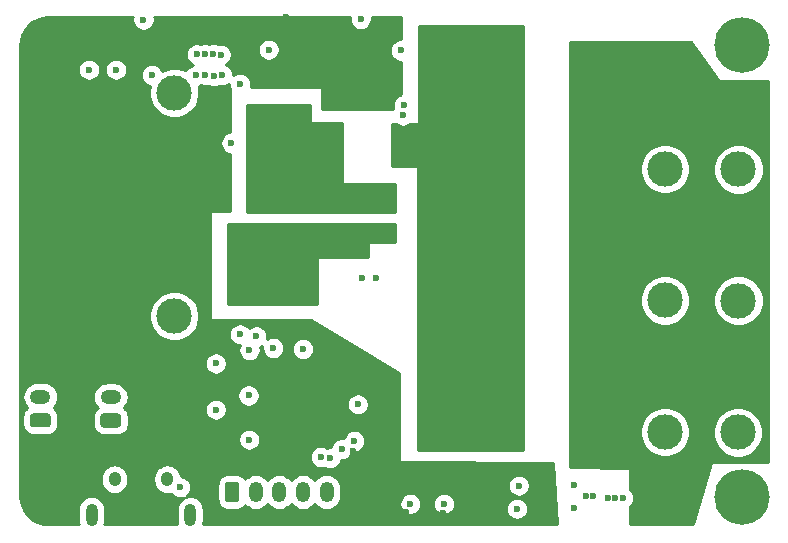
<source format=gbr>
G04 #@! TF.GenerationSoftware,KiCad,Pcbnew,5.1.6-c6e7f7d~87~ubuntu19.10.1*
G04 #@! TF.CreationDate,2021-03-15T12:51:18-04:00*
G04 #@! TF.ProjectId,icarus,69636172-7573-42e6-9b69-6361645f7063,V1.0*
G04 #@! TF.SameCoordinates,Original*
G04 #@! TF.FileFunction,Copper,L2,Inr*
G04 #@! TF.FilePolarity,Positive*
%FSLAX46Y46*%
G04 Gerber Fmt 4.6, Leading zero omitted, Abs format (unit mm)*
G04 Created by KiCad (PCBNEW 5.1.6-c6e7f7d~87~ubuntu19.10.1) date 2021-03-15 12:51:18*
%MOMM*%
%LPD*%
G01*
G04 APERTURE LIST*
G04 #@! TA.AperFunction,ViaPad*
%ADD10C,4.716000*%
G04 #@! TD*
G04 #@! TA.AperFunction,ViaPad*
%ADD11C,3.000000*%
G04 #@! TD*
G04 #@! TA.AperFunction,ViaPad*
%ADD12O,1.050000X1.250000*%
G04 #@! TD*
G04 #@! TA.AperFunction,ViaPad*
%ADD13O,1.000000X1.900000*%
G04 #@! TD*
G04 #@! TA.AperFunction,ViaPad*
%ADD14C,4.700000*%
G04 #@! TD*
G04 #@! TA.AperFunction,ViaPad*
%ADD15O,1.200000X1.750000*%
G04 #@! TD*
G04 #@! TA.AperFunction,ViaPad*
%ADD16O,1.750000X1.200000*%
G04 #@! TD*
G04 #@! TA.AperFunction,ViaPad*
%ADD17C,0.600000*%
G04 #@! TD*
G04 #@! TA.AperFunction,ViaPad*
%ADD18C,0.800000*%
G04 #@! TD*
G04 #@! TA.AperFunction,Conductor*
%ADD19C,0.254000*%
G04 #@! TD*
G04 APERTURE END LIST*
D10*
G04 #@! TO.N,VSENSE_HIGH*
G04 #@! TO.C,U4*
X135800000Y-91210000D03*
G04 #@! TO.N,GNDPWR*
X135800000Y-102110000D03*
D11*
G04 #@! TO.N,N/C*
X126400000Y-106110000D03*
X126400000Y-87210000D03*
G04 #@! TD*
D12*
G04 #@! TO.N,Net-(J4-Pad6)*
G04 #@! TO.C,J4*
X121355000Y-119930000D03*
X125805000Y-119930000D03*
D13*
X119405000Y-122930000D03*
X127755000Y-122930000D03*
G04 #@! TD*
D14*
G04 #@! TO.N,GND*
G04 #@! TO.C,H1*
X115720000Y-121410000D03*
G04 #@! TD*
G04 #@! TO.N,Net-(H2-Pad1)*
G04 #@! TO.C,H2*
X174465000Y-83160000D03*
G04 #@! TD*
G04 #@! TO.N,Net-(H3-Pad1)*
G04 #@! TO.C,H3*
X174465000Y-121420000D03*
G04 #@! TD*
G04 #@! TO.N,GND*
G04 #@! TO.C,H4*
X115720000Y-83160000D03*
G04 #@! TD*
G04 #@! TO.N,+3V3*
G04 #@! TO.C,J3*
G04 #@! TA.AperFunction,ViaPad*
G36*
G01*
X130700000Y-121625001D02*
X130700000Y-120374999D01*
G75*
G02*
X130949999Y-120125000I249999J0D01*
G01*
X131650001Y-120125000D01*
G75*
G02*
X131900000Y-120374999I0J-249999D01*
G01*
X131900000Y-121625001D01*
G75*
G02*
X131650001Y-121875000I-249999J0D01*
G01*
X130949999Y-121875000D01*
G75*
G02*
X130700000Y-121625001I0J249999D01*
G01*
G37*
G04 #@! TD.AperFunction*
D15*
G04 #@! TO.N,SWO*
X133300000Y-121000000D03*
G04 #@! TO.N,SWDIO*
X135300000Y-121000000D03*
G04 #@! TO.N,SWCLK*
X137300000Y-121000000D03*
G04 #@! TO.N,NRST*
X139300000Y-121000000D03*
G04 #@! TO.N,GND*
X141300000Y-121000000D03*
G04 #@! TD*
D11*
G04 #@! TO.N,GNDPWR*
G04 #@! TO.C,U6*
X174175000Y-104800000D03*
G04 #@! TO.N,OUT*
X174175000Y-99800000D03*
G04 #@! TD*
G04 #@! TO.N,OUT*
G04 #@! TO.C,U7*
X174125000Y-110950000D03*
G04 #@! TO.N,GNDPWR*
X174125000Y-115950000D03*
G04 #@! TD*
G04 #@! TO.N,GNDPWR*
G04 #@! TO.C,U9*
X167950000Y-115925000D03*
G04 #@! TO.N,OUT*
X167950000Y-110925000D03*
G04 #@! TD*
G04 #@! TO.N,OUT*
G04 #@! TO.C,U10*
X174175000Y-88680000D03*
G04 #@! TO.N,GNDPWR*
X174175000Y-93680000D03*
G04 #@! TD*
G04 #@! TO.N,GNDPWR*
G04 #@! TO.C,U11*
X167950000Y-104775000D03*
G04 #@! TO.N,OUT*
X167950000Y-99775000D03*
G04 #@! TD*
G04 #@! TO.N,OUT*
G04 #@! TO.C,U12*
X167950000Y-88655000D03*
G04 #@! TO.N,GNDPWR*
X167950000Y-93655000D03*
G04 #@! TD*
G04 #@! TO.N,CAN_H*
G04 #@! TO.C,J1*
G04 #@! TA.AperFunction,ViaPad*
G36*
G01*
X121655001Y-115550000D02*
X120404999Y-115550000D01*
G75*
G02*
X120155000Y-115300001I0J249999D01*
G01*
X120155000Y-114599999D01*
G75*
G02*
X120404999Y-114350000I249999J0D01*
G01*
X121655001Y-114350000D01*
G75*
G02*
X121905000Y-114599999I0J-249999D01*
G01*
X121905000Y-115300001D01*
G75*
G02*
X121655001Y-115550000I-249999J0D01*
G01*
G37*
G04 #@! TD.AperFunction*
D16*
G04 #@! TO.N,CAN_L*
X121030000Y-112950000D03*
G04 #@! TO.N,GND*
X121030000Y-110950000D03*
G04 #@! TD*
G04 #@! TO.N,GND*
G04 #@! TO.C,J2*
X115070000Y-110940000D03*
G04 #@! TO.N,CAN_L*
X115070000Y-112940000D03*
G04 #@! TO.N,CAN_H*
G04 #@! TA.AperFunction,ViaPad*
G36*
G01*
X115695001Y-115540000D02*
X114444999Y-115540000D01*
G75*
G02*
X114195000Y-115290001I0J249999D01*
G01*
X114195000Y-114589999D01*
G75*
G02*
X114444999Y-114340000I249999J0D01*
G01*
X115695001Y-114340000D01*
G75*
G02*
X115945000Y-114589999I0J-249999D01*
G01*
X115945000Y-115290001D01*
G75*
G02*
X115695001Y-115540000I-249999J0D01*
G01*
G37*
G04 #@! TD.AperFunction*
G04 #@! TD*
D17*
G04 #@! TO.N,+3V3*
X129930000Y-110120000D03*
X129920000Y-114030000D03*
X132750000Y-116570000D03*
X141650000Y-116690000D03*
X140570000Y-117380000D03*
X155580000Y-120460000D03*
X155419990Y-122430000D03*
X160210000Y-122370000D03*
X160260000Y-120440000D03*
X121470000Y-85240000D03*
X119190000Y-85240000D03*
X124510000Y-85690000D03*
X128225000Y-85725000D03*
X129000000Y-85700000D03*
X129775000Y-85775000D03*
X130448495Y-85701658D03*
X128300000Y-83950000D03*
X129025000Y-83925000D03*
X129725000Y-83925000D03*
X130350000Y-83975000D03*
X145580326Y-83619674D03*
X133363659Y-107836341D03*
X134790000Y-108810000D03*
G04 #@! TO.N,GND*
X122280000Y-118850000D03*
X127220000Y-112620000D03*
X131620000Y-116630000D03*
X141560000Y-117520000D03*
X142440010Y-118175816D03*
X149190000Y-122770000D03*
X149110000Y-123580000D03*
X126500000Y-114060000D03*
X137120000Y-107850000D03*
X136440000Y-107140000D03*
X135510000Y-107060000D03*
X137350000Y-106660000D03*
X137350000Y-112065000D03*
X138750000Y-112065000D03*
X135950000Y-112065000D03*
X138750000Y-113465000D03*
X135950000Y-113465000D03*
X137350000Y-113465000D03*
X137350000Y-114865000D03*
X138750000Y-114865000D03*
X126650000Y-84975000D03*
X136800000Y-82725000D03*
X135850000Y-80750000D03*
X134600000Y-81300000D03*
X143745673Y-114354327D03*
X158191200Y-119235000D03*
X130000000Y-111800000D03*
X123696605Y-117403395D03*
X146050000Y-122700000D03*
X146400000Y-123300000D03*
X136500000Y-86350000D03*
X135500000Y-86300000D03*
X133850000Y-86300000D03*
X141550000Y-87981999D03*
X142950000Y-85450000D03*
X128700000Y-101550000D03*
X128150000Y-102250000D03*
X128700000Y-102850000D03*
X142300000Y-102850000D03*
X143500000Y-102850000D03*
X135050000Y-111180000D03*
X139670000Y-111120000D03*
X139580000Y-115760000D03*
X134860000Y-115890000D03*
G04 #@! TO.N,VSENSE_HIGH*
X149250000Y-122000000D03*
X131250000Y-91450000D03*
G04 #@! TO.N,NRST*
X141950000Y-113585001D03*
G04 #@! TO.N,OUT*
X145825000Y-88250000D03*
X162700000Y-86400000D03*
X146400000Y-122000000D03*
X160650000Y-118550000D03*
G04 #@! TO.N,+5V*
X126900000Y-120600000D03*
X123800000Y-81000000D03*
D18*
G04 #@! TO.N,VSENSE_LOW*
X155120000Y-105720000D03*
X153550000Y-105720000D03*
X151870000Y-105720000D03*
X150170000Y-105720000D03*
X148470000Y-105720000D03*
X155240000Y-93220000D03*
X153630000Y-93220000D03*
X151830000Y-93220000D03*
X149930000Y-93220000D03*
X147930000Y-93220000D03*
D17*
G04 #@! TO.N,PG*
X137300000Y-108900000D03*
X145775000Y-89125000D03*
G04 #@! TO.N,TPS_ENABLE*
X131975000Y-107650000D03*
X131975000Y-86450000D03*
G04 #@! TO.N,CAN_TX*
X139585574Y-118159954D03*
X132695362Y-112829638D03*
G04 #@! TO.N,CAN_RX*
X138793968Y-118044360D03*
X132775000Y-109000000D03*
G04 #@! TO.N,Net-(MOSFET2-PadP$1)*
X134390000Y-83549999D03*
X142190000Y-80960000D03*
G04 #@! TO.N,GNDPWR*
X164400000Y-121500000D03*
X163750000Y-121500000D03*
X163100000Y-121500000D03*
X161900000Y-121350000D03*
X161250000Y-121350000D03*
G04 #@! TD*
D19*
G04 #@! TO.N,VSENSE_LOW*
G36*
X155973000Y-117473000D02*
G01*
X147027000Y-117473000D01*
X147027000Y-93500000D01*
X147024560Y-93475224D01*
X147017333Y-93451399D01*
X147005597Y-93429443D01*
X146989803Y-93410197D01*
X146970557Y-93394403D01*
X146948601Y-93382667D01*
X146924776Y-93375440D01*
X146900000Y-93373000D01*
X144827000Y-93373000D01*
X144827000Y-89827000D01*
X145154710Y-89827000D01*
X145178972Y-89851262D01*
X145332111Y-89953586D01*
X145502271Y-90024068D01*
X145682911Y-90060000D01*
X145867089Y-90060000D01*
X146047729Y-90024068D01*
X146217889Y-89953586D01*
X146371028Y-89851262D01*
X146395290Y-89827000D01*
X147000000Y-89827000D01*
X147024776Y-89824560D01*
X147048601Y-89817333D01*
X147070557Y-89805597D01*
X147089803Y-89789803D01*
X147105597Y-89770557D01*
X147117333Y-89748601D01*
X147124560Y-89724776D01*
X147127000Y-89700000D01*
X147127000Y-81527000D01*
X155973000Y-81527000D01*
X155973000Y-117473000D01*
G37*
X155973000Y-117473000D02*
X147027000Y-117473000D01*
X147027000Y-93500000D01*
X147024560Y-93475224D01*
X147017333Y-93451399D01*
X147005597Y-93429443D01*
X146989803Y-93410197D01*
X146970557Y-93394403D01*
X146948601Y-93382667D01*
X146924776Y-93375440D01*
X146900000Y-93373000D01*
X144827000Y-93373000D01*
X144827000Y-89827000D01*
X145154710Y-89827000D01*
X145178972Y-89851262D01*
X145332111Y-89953586D01*
X145502271Y-90024068D01*
X145682911Y-90060000D01*
X145867089Y-90060000D01*
X146047729Y-90024068D01*
X146217889Y-89953586D01*
X146371028Y-89851262D01*
X146395290Y-89827000D01*
X147000000Y-89827000D01*
X147024776Y-89824560D01*
X147048601Y-89817333D01*
X147070557Y-89805597D01*
X147089803Y-89789803D01*
X147105597Y-89770557D01*
X147117333Y-89748601D01*
X147124560Y-89724776D01*
X147127000Y-89700000D01*
X147127000Y-81527000D01*
X155973000Y-81527000D01*
X155973000Y-117473000D01*
G04 #@! TO.N,OUT*
G36*
X172497291Y-86174698D02*
G01*
X172513837Y-86193300D01*
X172533694Y-86208317D01*
X172556100Y-86219171D01*
X172580193Y-86225446D01*
X172600000Y-86227000D01*
X176673000Y-86227000D01*
X176673000Y-118473000D01*
X174950036Y-118473000D01*
X174758997Y-118435000D01*
X174171003Y-118435000D01*
X173979964Y-118473000D01*
X172000000Y-118473000D01*
X171975224Y-118475440D01*
X171951399Y-118482667D01*
X171929443Y-118494403D01*
X171910197Y-118510197D01*
X171894403Y-118529443D01*
X171882667Y-118551399D01*
X171878233Y-118563921D01*
X170344581Y-123739999D01*
X165027000Y-123739999D01*
X165027000Y-122195290D01*
X165126262Y-122096028D01*
X165228586Y-121942889D01*
X165299068Y-121772729D01*
X165335000Y-121592089D01*
X165335000Y-121407911D01*
X165299068Y-121227271D01*
X165228586Y-121057111D01*
X165126262Y-120903972D01*
X165027000Y-120804710D01*
X165027000Y-119100000D01*
X165024560Y-119075224D01*
X165017333Y-119051399D01*
X165005597Y-119029443D01*
X164989803Y-119010197D01*
X164970557Y-118994403D01*
X164948601Y-118982667D01*
X164924776Y-118975440D01*
X164902490Y-118973024D01*
X159927000Y-118875465D01*
X159927000Y-115714721D01*
X165815000Y-115714721D01*
X165815000Y-116135279D01*
X165897047Y-116547756D01*
X166057988Y-116936302D01*
X166291637Y-117285983D01*
X166589017Y-117583363D01*
X166938698Y-117817012D01*
X167327244Y-117977953D01*
X167739721Y-118060000D01*
X168160279Y-118060000D01*
X168572756Y-117977953D01*
X168961302Y-117817012D01*
X169310983Y-117583363D01*
X169608363Y-117285983D01*
X169842012Y-116936302D01*
X170002953Y-116547756D01*
X170085000Y-116135279D01*
X170085000Y-115739721D01*
X171990000Y-115739721D01*
X171990000Y-116160279D01*
X172072047Y-116572756D01*
X172232988Y-116961302D01*
X172466637Y-117310983D01*
X172764017Y-117608363D01*
X173113698Y-117842012D01*
X173502244Y-118002953D01*
X173914721Y-118085000D01*
X174335279Y-118085000D01*
X174747756Y-118002953D01*
X175136302Y-117842012D01*
X175485983Y-117608363D01*
X175783363Y-117310983D01*
X176017012Y-116961302D01*
X176177953Y-116572756D01*
X176260000Y-116160279D01*
X176260000Y-115739721D01*
X176177953Y-115327244D01*
X176017012Y-114938698D01*
X175783363Y-114589017D01*
X175485983Y-114291637D01*
X175136302Y-114057988D01*
X174747756Y-113897047D01*
X174335279Y-113815000D01*
X173914721Y-113815000D01*
X173502244Y-113897047D01*
X173113698Y-114057988D01*
X172764017Y-114291637D01*
X172466637Y-114589017D01*
X172232988Y-114938698D01*
X172072047Y-115327244D01*
X171990000Y-115739721D01*
X170085000Y-115739721D01*
X170085000Y-115714721D01*
X170002953Y-115302244D01*
X169842012Y-114913698D01*
X169608363Y-114564017D01*
X169310983Y-114266637D01*
X168961302Y-114032988D01*
X168572756Y-113872047D01*
X168160279Y-113790000D01*
X167739721Y-113790000D01*
X167327244Y-113872047D01*
X166938698Y-114032988D01*
X166589017Y-114266637D01*
X166291637Y-114564017D01*
X166057988Y-114913698D01*
X165897047Y-115302244D01*
X165815000Y-115714721D01*
X159927000Y-115714721D01*
X159927000Y-104564721D01*
X165815000Y-104564721D01*
X165815000Y-104985279D01*
X165897047Y-105397756D01*
X166057988Y-105786302D01*
X166291637Y-106135983D01*
X166589017Y-106433363D01*
X166938698Y-106667012D01*
X167327244Y-106827953D01*
X167739721Y-106910000D01*
X168160279Y-106910000D01*
X168572756Y-106827953D01*
X168961302Y-106667012D01*
X169310983Y-106433363D01*
X169608363Y-106135983D01*
X169842012Y-105786302D01*
X170002953Y-105397756D01*
X170085000Y-104985279D01*
X170085000Y-104589721D01*
X172040000Y-104589721D01*
X172040000Y-105010279D01*
X172122047Y-105422756D01*
X172282988Y-105811302D01*
X172516637Y-106160983D01*
X172814017Y-106458363D01*
X173163698Y-106692012D01*
X173552244Y-106852953D01*
X173964721Y-106935000D01*
X174385279Y-106935000D01*
X174797756Y-106852953D01*
X175186302Y-106692012D01*
X175535983Y-106458363D01*
X175833363Y-106160983D01*
X176067012Y-105811302D01*
X176227953Y-105422756D01*
X176310000Y-105010279D01*
X176310000Y-104589721D01*
X176227953Y-104177244D01*
X176067012Y-103788698D01*
X175833363Y-103439017D01*
X175535983Y-103141637D01*
X175186302Y-102907988D01*
X174797756Y-102747047D01*
X174385279Y-102665000D01*
X173964721Y-102665000D01*
X173552244Y-102747047D01*
X173163698Y-102907988D01*
X172814017Y-103141637D01*
X172516637Y-103439017D01*
X172282988Y-103788698D01*
X172122047Y-104177244D01*
X172040000Y-104589721D01*
X170085000Y-104589721D01*
X170085000Y-104564721D01*
X170002953Y-104152244D01*
X169842012Y-103763698D01*
X169608363Y-103414017D01*
X169310983Y-103116637D01*
X168961302Y-102882988D01*
X168572756Y-102722047D01*
X168160279Y-102640000D01*
X167739721Y-102640000D01*
X167327244Y-102722047D01*
X166938698Y-102882988D01*
X166589017Y-103116637D01*
X166291637Y-103414017D01*
X166057988Y-103763698D01*
X165897047Y-104152244D01*
X165815000Y-104564721D01*
X159927000Y-104564721D01*
X159927000Y-93444721D01*
X165815000Y-93444721D01*
X165815000Y-93865279D01*
X165897047Y-94277756D01*
X166057988Y-94666302D01*
X166291637Y-95015983D01*
X166589017Y-95313363D01*
X166938698Y-95547012D01*
X167327244Y-95707953D01*
X167739721Y-95790000D01*
X168160279Y-95790000D01*
X168572756Y-95707953D01*
X168961302Y-95547012D01*
X169310983Y-95313363D01*
X169608363Y-95015983D01*
X169842012Y-94666302D01*
X170002953Y-94277756D01*
X170085000Y-93865279D01*
X170085000Y-93469721D01*
X172040000Y-93469721D01*
X172040000Y-93890279D01*
X172122047Y-94302756D01*
X172282988Y-94691302D01*
X172516637Y-95040983D01*
X172814017Y-95338363D01*
X173163698Y-95572012D01*
X173552244Y-95732953D01*
X173964721Y-95815000D01*
X174385279Y-95815000D01*
X174797756Y-95732953D01*
X175186302Y-95572012D01*
X175535983Y-95338363D01*
X175833363Y-95040983D01*
X176067012Y-94691302D01*
X176227953Y-94302756D01*
X176310000Y-93890279D01*
X176310000Y-93469721D01*
X176227953Y-93057244D01*
X176067012Y-92668698D01*
X175833363Y-92319017D01*
X175535983Y-92021637D01*
X175186302Y-91787988D01*
X174797756Y-91627047D01*
X174385279Y-91545000D01*
X173964721Y-91545000D01*
X173552244Y-91627047D01*
X173163698Y-91787988D01*
X172814017Y-92021637D01*
X172516637Y-92319017D01*
X172282988Y-92668698D01*
X172122047Y-93057244D01*
X172040000Y-93469721D01*
X170085000Y-93469721D01*
X170085000Y-93444721D01*
X170002953Y-93032244D01*
X169842012Y-92643698D01*
X169608363Y-92294017D01*
X169310983Y-91996637D01*
X168961302Y-91762988D01*
X168572756Y-91602047D01*
X168160279Y-91520000D01*
X167739721Y-91520000D01*
X167327244Y-91602047D01*
X166938698Y-91762988D01*
X166589017Y-91996637D01*
X166291637Y-92294017D01*
X166057988Y-92643698D01*
X165897047Y-93032244D01*
X165815000Y-93444721D01*
X159927000Y-93444721D01*
X159927000Y-82927000D01*
X170135329Y-82927000D01*
X172497291Y-86174698D01*
G37*
X172497291Y-86174698D02*
X172513837Y-86193300D01*
X172533694Y-86208317D01*
X172556100Y-86219171D01*
X172580193Y-86225446D01*
X172600000Y-86227000D01*
X176673000Y-86227000D01*
X176673000Y-118473000D01*
X174950036Y-118473000D01*
X174758997Y-118435000D01*
X174171003Y-118435000D01*
X173979964Y-118473000D01*
X172000000Y-118473000D01*
X171975224Y-118475440D01*
X171951399Y-118482667D01*
X171929443Y-118494403D01*
X171910197Y-118510197D01*
X171894403Y-118529443D01*
X171882667Y-118551399D01*
X171878233Y-118563921D01*
X170344581Y-123739999D01*
X165027000Y-123739999D01*
X165027000Y-122195290D01*
X165126262Y-122096028D01*
X165228586Y-121942889D01*
X165299068Y-121772729D01*
X165335000Y-121592089D01*
X165335000Y-121407911D01*
X165299068Y-121227271D01*
X165228586Y-121057111D01*
X165126262Y-120903972D01*
X165027000Y-120804710D01*
X165027000Y-119100000D01*
X165024560Y-119075224D01*
X165017333Y-119051399D01*
X165005597Y-119029443D01*
X164989803Y-119010197D01*
X164970557Y-118994403D01*
X164948601Y-118982667D01*
X164924776Y-118975440D01*
X164902490Y-118973024D01*
X159927000Y-118875465D01*
X159927000Y-115714721D01*
X165815000Y-115714721D01*
X165815000Y-116135279D01*
X165897047Y-116547756D01*
X166057988Y-116936302D01*
X166291637Y-117285983D01*
X166589017Y-117583363D01*
X166938698Y-117817012D01*
X167327244Y-117977953D01*
X167739721Y-118060000D01*
X168160279Y-118060000D01*
X168572756Y-117977953D01*
X168961302Y-117817012D01*
X169310983Y-117583363D01*
X169608363Y-117285983D01*
X169842012Y-116936302D01*
X170002953Y-116547756D01*
X170085000Y-116135279D01*
X170085000Y-115739721D01*
X171990000Y-115739721D01*
X171990000Y-116160279D01*
X172072047Y-116572756D01*
X172232988Y-116961302D01*
X172466637Y-117310983D01*
X172764017Y-117608363D01*
X173113698Y-117842012D01*
X173502244Y-118002953D01*
X173914721Y-118085000D01*
X174335279Y-118085000D01*
X174747756Y-118002953D01*
X175136302Y-117842012D01*
X175485983Y-117608363D01*
X175783363Y-117310983D01*
X176017012Y-116961302D01*
X176177953Y-116572756D01*
X176260000Y-116160279D01*
X176260000Y-115739721D01*
X176177953Y-115327244D01*
X176017012Y-114938698D01*
X175783363Y-114589017D01*
X175485983Y-114291637D01*
X175136302Y-114057988D01*
X174747756Y-113897047D01*
X174335279Y-113815000D01*
X173914721Y-113815000D01*
X173502244Y-113897047D01*
X173113698Y-114057988D01*
X172764017Y-114291637D01*
X172466637Y-114589017D01*
X172232988Y-114938698D01*
X172072047Y-115327244D01*
X171990000Y-115739721D01*
X170085000Y-115739721D01*
X170085000Y-115714721D01*
X170002953Y-115302244D01*
X169842012Y-114913698D01*
X169608363Y-114564017D01*
X169310983Y-114266637D01*
X168961302Y-114032988D01*
X168572756Y-113872047D01*
X168160279Y-113790000D01*
X167739721Y-113790000D01*
X167327244Y-113872047D01*
X166938698Y-114032988D01*
X166589017Y-114266637D01*
X166291637Y-114564017D01*
X166057988Y-114913698D01*
X165897047Y-115302244D01*
X165815000Y-115714721D01*
X159927000Y-115714721D01*
X159927000Y-104564721D01*
X165815000Y-104564721D01*
X165815000Y-104985279D01*
X165897047Y-105397756D01*
X166057988Y-105786302D01*
X166291637Y-106135983D01*
X166589017Y-106433363D01*
X166938698Y-106667012D01*
X167327244Y-106827953D01*
X167739721Y-106910000D01*
X168160279Y-106910000D01*
X168572756Y-106827953D01*
X168961302Y-106667012D01*
X169310983Y-106433363D01*
X169608363Y-106135983D01*
X169842012Y-105786302D01*
X170002953Y-105397756D01*
X170085000Y-104985279D01*
X170085000Y-104589721D01*
X172040000Y-104589721D01*
X172040000Y-105010279D01*
X172122047Y-105422756D01*
X172282988Y-105811302D01*
X172516637Y-106160983D01*
X172814017Y-106458363D01*
X173163698Y-106692012D01*
X173552244Y-106852953D01*
X173964721Y-106935000D01*
X174385279Y-106935000D01*
X174797756Y-106852953D01*
X175186302Y-106692012D01*
X175535983Y-106458363D01*
X175833363Y-106160983D01*
X176067012Y-105811302D01*
X176227953Y-105422756D01*
X176310000Y-105010279D01*
X176310000Y-104589721D01*
X176227953Y-104177244D01*
X176067012Y-103788698D01*
X175833363Y-103439017D01*
X175535983Y-103141637D01*
X175186302Y-102907988D01*
X174797756Y-102747047D01*
X174385279Y-102665000D01*
X173964721Y-102665000D01*
X173552244Y-102747047D01*
X173163698Y-102907988D01*
X172814017Y-103141637D01*
X172516637Y-103439017D01*
X172282988Y-103788698D01*
X172122047Y-104177244D01*
X172040000Y-104589721D01*
X170085000Y-104589721D01*
X170085000Y-104564721D01*
X170002953Y-104152244D01*
X169842012Y-103763698D01*
X169608363Y-103414017D01*
X169310983Y-103116637D01*
X168961302Y-102882988D01*
X168572756Y-102722047D01*
X168160279Y-102640000D01*
X167739721Y-102640000D01*
X167327244Y-102722047D01*
X166938698Y-102882988D01*
X166589017Y-103116637D01*
X166291637Y-103414017D01*
X166057988Y-103763698D01*
X165897047Y-104152244D01*
X165815000Y-104564721D01*
X159927000Y-104564721D01*
X159927000Y-93444721D01*
X165815000Y-93444721D01*
X165815000Y-93865279D01*
X165897047Y-94277756D01*
X166057988Y-94666302D01*
X166291637Y-95015983D01*
X166589017Y-95313363D01*
X166938698Y-95547012D01*
X167327244Y-95707953D01*
X167739721Y-95790000D01*
X168160279Y-95790000D01*
X168572756Y-95707953D01*
X168961302Y-95547012D01*
X169310983Y-95313363D01*
X169608363Y-95015983D01*
X169842012Y-94666302D01*
X170002953Y-94277756D01*
X170085000Y-93865279D01*
X170085000Y-93469721D01*
X172040000Y-93469721D01*
X172040000Y-93890279D01*
X172122047Y-94302756D01*
X172282988Y-94691302D01*
X172516637Y-95040983D01*
X172814017Y-95338363D01*
X173163698Y-95572012D01*
X173552244Y-95732953D01*
X173964721Y-95815000D01*
X174385279Y-95815000D01*
X174797756Y-95732953D01*
X175186302Y-95572012D01*
X175535983Y-95338363D01*
X175833363Y-95040983D01*
X176067012Y-94691302D01*
X176227953Y-94302756D01*
X176310000Y-93890279D01*
X176310000Y-93469721D01*
X176227953Y-93057244D01*
X176067012Y-92668698D01*
X175833363Y-92319017D01*
X175535983Y-92021637D01*
X175186302Y-91787988D01*
X174797756Y-91627047D01*
X174385279Y-91545000D01*
X173964721Y-91545000D01*
X173552244Y-91627047D01*
X173163698Y-91787988D01*
X172814017Y-92021637D01*
X172516637Y-92319017D01*
X172282988Y-92668698D01*
X172122047Y-93057244D01*
X172040000Y-93469721D01*
X170085000Y-93469721D01*
X170085000Y-93444721D01*
X170002953Y-93032244D01*
X169842012Y-92643698D01*
X169608363Y-92294017D01*
X169310983Y-91996637D01*
X168961302Y-91762988D01*
X168572756Y-91602047D01*
X168160279Y-91520000D01*
X167739721Y-91520000D01*
X167327244Y-91602047D01*
X166938698Y-91762988D01*
X166589017Y-91996637D01*
X166291637Y-92294017D01*
X166057988Y-92643698D01*
X165897047Y-93032244D01*
X165815000Y-93444721D01*
X159927000Y-93444721D01*
X159927000Y-82927000D01*
X170135329Y-82927000D01*
X172497291Y-86174698D01*
G04 #@! TO.N,VSENSE_HIGH*
G36*
X137873000Y-89600000D02*
G01*
X137875440Y-89624776D01*
X137882667Y-89648601D01*
X137894403Y-89670557D01*
X137910197Y-89689803D01*
X137929443Y-89705597D01*
X137951399Y-89717333D01*
X137975224Y-89724560D01*
X138000000Y-89727000D01*
X140573000Y-89727000D01*
X140573000Y-94800000D01*
X140575440Y-94824776D01*
X140582667Y-94848601D01*
X140594403Y-94870557D01*
X140610197Y-94889803D01*
X140629443Y-94905597D01*
X140651399Y-94917333D01*
X140675224Y-94924560D01*
X140700000Y-94927000D01*
X145073000Y-94927000D01*
X145073000Y-97273000D01*
X132527000Y-97273000D01*
X132527000Y-88227000D01*
X137873000Y-88227000D01*
X137873000Y-89600000D01*
G37*
X137873000Y-89600000D02*
X137875440Y-89624776D01*
X137882667Y-89648601D01*
X137894403Y-89670557D01*
X137910197Y-89689803D01*
X137929443Y-89705597D01*
X137951399Y-89717333D01*
X137975224Y-89724560D01*
X138000000Y-89727000D01*
X140573000Y-89727000D01*
X140573000Y-94800000D01*
X140575440Y-94824776D01*
X140582667Y-94848601D01*
X140594403Y-94870557D01*
X140610197Y-94889803D01*
X140629443Y-94905597D01*
X140651399Y-94917333D01*
X140675224Y-94924560D01*
X140700000Y-94927000D01*
X145073000Y-94927000D01*
X145073000Y-97273000D01*
X132527000Y-97273000D01*
X132527000Y-88227000D01*
X137873000Y-88227000D01*
X137873000Y-89600000D01*
G04 #@! TO.N,GNDPWR*
G36*
X145073000Y-99873000D02*
G01*
X142900000Y-99873000D01*
X142875224Y-99875440D01*
X142851399Y-99882667D01*
X142829443Y-99894403D01*
X142810197Y-99910197D01*
X142794403Y-99929443D01*
X142782667Y-99951399D01*
X142775440Y-99975224D01*
X142773000Y-100000000D01*
X142773000Y-101073000D01*
X138600000Y-101073000D01*
X138575224Y-101075440D01*
X138551399Y-101082667D01*
X138529443Y-101094403D01*
X138510197Y-101110197D01*
X138494403Y-101129443D01*
X138482667Y-101151399D01*
X138475440Y-101175224D01*
X138473000Y-101200000D01*
X138473000Y-105073000D01*
X130927000Y-105073000D01*
X130927000Y-98327000D01*
X145073000Y-98327000D01*
X145073000Y-99873000D01*
G37*
X145073000Y-99873000D02*
X142900000Y-99873000D01*
X142875224Y-99875440D01*
X142851399Y-99882667D01*
X142829443Y-99894403D01*
X142810197Y-99910197D01*
X142794403Y-99929443D01*
X142782667Y-99951399D01*
X142775440Y-99975224D01*
X142773000Y-100000000D01*
X142773000Y-101073000D01*
X138600000Y-101073000D01*
X138575224Y-101075440D01*
X138551399Y-101082667D01*
X138529443Y-101094403D01*
X138510197Y-101110197D01*
X138494403Y-101129443D01*
X138482667Y-101151399D01*
X138475440Y-101175224D01*
X138473000Y-101200000D01*
X138473000Y-105073000D01*
X130927000Y-105073000D01*
X130927000Y-98327000D01*
X145073000Y-98327000D01*
X145073000Y-99873000D01*
G04 #@! TO.N,GND*
G36*
X145573000Y-82684674D02*
G01*
X145488237Y-82684674D01*
X145307597Y-82720606D01*
X145137437Y-82791088D01*
X144984298Y-82893412D01*
X144854064Y-83023646D01*
X144751740Y-83176785D01*
X144681258Y-83346945D01*
X144645326Y-83527585D01*
X144645326Y-83711763D01*
X144681258Y-83892403D01*
X144751740Y-84062563D01*
X144854064Y-84215702D01*
X144984298Y-84345936D01*
X145137437Y-84448260D01*
X145307597Y-84518742D01*
X145488237Y-84554674D01*
X145573000Y-84554674D01*
X145573000Y-87346809D01*
X145552271Y-87350932D01*
X145382111Y-87421414D01*
X145228972Y-87523738D01*
X145098738Y-87653972D01*
X144996414Y-87807111D01*
X144925932Y-87977271D01*
X144890000Y-88157911D01*
X144890000Y-88342089D01*
X144925932Y-88522729D01*
X144946755Y-88573000D01*
X138927000Y-88573000D01*
X138927000Y-86850000D01*
X138924560Y-86825224D01*
X138917333Y-86801399D01*
X138905597Y-86779443D01*
X138889803Y-86760197D01*
X138870557Y-86744403D01*
X138848601Y-86732667D01*
X138824776Y-86725440D01*
X138800000Y-86723000D01*
X132873956Y-86723000D01*
X132874068Y-86722729D01*
X132910000Y-86542089D01*
X132910000Y-86357911D01*
X132874068Y-86177271D01*
X132803586Y-86007111D01*
X132701262Y-85853972D01*
X132571028Y-85723738D01*
X132417889Y-85621414D01*
X132247729Y-85550932D01*
X132067089Y-85515000D01*
X131882911Y-85515000D01*
X131702271Y-85550932D01*
X131532111Y-85621414D01*
X131383495Y-85720716D01*
X131383495Y-85609569D01*
X131347563Y-85428929D01*
X131277081Y-85258769D01*
X131174757Y-85105630D01*
X131044523Y-84975396D01*
X130891384Y-84873072D01*
X130758259Y-84817930D01*
X130792889Y-84803586D01*
X130946028Y-84701262D01*
X131076262Y-84571028D01*
X131178586Y-84417889D01*
X131249068Y-84247729D01*
X131285000Y-84067089D01*
X131285000Y-83882911D01*
X131249068Y-83702271D01*
X131178586Y-83532111D01*
X131129007Y-83457910D01*
X133455000Y-83457910D01*
X133455000Y-83642088D01*
X133490932Y-83822728D01*
X133561414Y-83992888D01*
X133663738Y-84146027D01*
X133793972Y-84276261D01*
X133947111Y-84378585D01*
X134117271Y-84449067D01*
X134297911Y-84484999D01*
X134482089Y-84484999D01*
X134662729Y-84449067D01*
X134832889Y-84378585D01*
X134986028Y-84276261D01*
X135116262Y-84146027D01*
X135218586Y-83992888D01*
X135289068Y-83822728D01*
X135325000Y-83642088D01*
X135325000Y-83457910D01*
X135289068Y-83277270D01*
X135218586Y-83107110D01*
X135116262Y-82953971D01*
X134986028Y-82823737D01*
X134832889Y-82721413D01*
X134662729Y-82650931D01*
X134482089Y-82614999D01*
X134297911Y-82614999D01*
X134117271Y-82650931D01*
X133947111Y-82721413D01*
X133793972Y-82823737D01*
X133663738Y-82953971D01*
X133561414Y-83107110D01*
X133490932Y-83277270D01*
X133455000Y-83457910D01*
X131129007Y-83457910D01*
X131076262Y-83378972D01*
X130946028Y-83248738D01*
X130792889Y-83146414D01*
X130622729Y-83075932D01*
X130442089Y-83040000D01*
X130257911Y-83040000D01*
X130105084Y-83070400D01*
X129997729Y-83025932D01*
X129817089Y-82990000D01*
X129632911Y-82990000D01*
X129452271Y-83025932D01*
X129375000Y-83057938D01*
X129297729Y-83025932D01*
X129117089Y-82990000D01*
X128932911Y-82990000D01*
X128752271Y-83025932D01*
X128632322Y-83075616D01*
X128572729Y-83050932D01*
X128392089Y-83015000D01*
X128207911Y-83015000D01*
X128027271Y-83050932D01*
X127857111Y-83121414D01*
X127703972Y-83223738D01*
X127573738Y-83353972D01*
X127471414Y-83507111D01*
X127400932Y-83677271D01*
X127365000Y-83857911D01*
X127365000Y-84042089D01*
X127400932Y-84222729D01*
X127471414Y-84392889D01*
X127573738Y-84546028D01*
X127703972Y-84676262D01*
X127857111Y-84778586D01*
X127965204Y-84823359D01*
X127952271Y-84825932D01*
X127782111Y-84896414D01*
X127628972Y-84998738D01*
X127498738Y-85128972D01*
X127396414Y-85282111D01*
X127385910Y-85307470D01*
X127022756Y-85157047D01*
X126610279Y-85075000D01*
X126189721Y-85075000D01*
X125777244Y-85157047D01*
X125388698Y-85317988D01*
X125372443Y-85328849D01*
X125338586Y-85247111D01*
X125236262Y-85093972D01*
X125106028Y-84963738D01*
X124952889Y-84861414D01*
X124782729Y-84790932D01*
X124602089Y-84755000D01*
X124417911Y-84755000D01*
X124237271Y-84790932D01*
X124067111Y-84861414D01*
X123913972Y-84963738D01*
X123783738Y-85093972D01*
X123681414Y-85247111D01*
X123610932Y-85417271D01*
X123575000Y-85597911D01*
X123575000Y-85782089D01*
X123610932Y-85962729D01*
X123681414Y-86132889D01*
X123783738Y-86286028D01*
X123913972Y-86416262D01*
X124067111Y-86518586D01*
X124237271Y-86589068D01*
X124342520Y-86610004D01*
X124265000Y-86999721D01*
X124265000Y-87420279D01*
X124347047Y-87832756D01*
X124507988Y-88221302D01*
X124741637Y-88570983D01*
X125039017Y-88868363D01*
X125388698Y-89102012D01*
X125777244Y-89262953D01*
X126189721Y-89345000D01*
X126610279Y-89345000D01*
X127022756Y-89262953D01*
X127411302Y-89102012D01*
X127760983Y-88868363D01*
X128058363Y-88570983D01*
X128292012Y-88221302D01*
X128452953Y-87832756D01*
X128535000Y-87420279D01*
X128535000Y-86999721D01*
X128461703Y-86631234D01*
X128497729Y-86624068D01*
X128642678Y-86564029D01*
X128727271Y-86599068D01*
X128907911Y-86635000D01*
X129092089Y-86635000D01*
X129272729Y-86599068D01*
X129305212Y-86585613D01*
X129332111Y-86603586D01*
X129502271Y-86674068D01*
X129682911Y-86710000D01*
X129867089Y-86710000D01*
X130047729Y-86674068D01*
X130208888Y-86607314D01*
X130356406Y-86636658D01*
X130540584Y-86636658D01*
X130721224Y-86600726D01*
X130891384Y-86530244D01*
X131040000Y-86430942D01*
X131040000Y-86542089D01*
X131075932Y-86722729D01*
X131124085Y-86838982D01*
X131123000Y-86850000D01*
X131123000Y-90521944D01*
X130977271Y-90550932D01*
X130807111Y-90621414D01*
X130653972Y-90723738D01*
X130523738Y-90853972D01*
X130421414Y-91007111D01*
X130350932Y-91177271D01*
X130315000Y-91357911D01*
X130315000Y-91542089D01*
X130350932Y-91722729D01*
X130421414Y-91892889D01*
X130523738Y-92046028D01*
X130653972Y-92176262D01*
X130807111Y-92278586D01*
X130977271Y-92349068D01*
X131123000Y-92378056D01*
X131123000Y-97223000D01*
X129550000Y-97223000D01*
X129525224Y-97225440D01*
X129501399Y-97232667D01*
X129479443Y-97244403D01*
X129460197Y-97260197D01*
X129444403Y-97279443D01*
X129432667Y-97301399D01*
X129425440Y-97325224D01*
X129423000Y-97350000D01*
X129423000Y-106350000D01*
X129425440Y-106374776D01*
X129432667Y-106398601D01*
X129444403Y-106420557D01*
X129460197Y-106439803D01*
X129479443Y-106455597D01*
X129501399Y-106467333D01*
X129525224Y-106474560D01*
X129550000Y-106477000D01*
X138014822Y-106477000D01*
X145423000Y-110921907D01*
X145423000Y-118350000D01*
X145425440Y-118374776D01*
X145432667Y-118398601D01*
X145444403Y-118420557D01*
X145460197Y-118439803D01*
X145479443Y-118455597D01*
X145501399Y-118467333D01*
X145525224Y-118474560D01*
X145549708Y-118477000D01*
X158470533Y-118506726D01*
X158791484Y-123740000D01*
X128831866Y-123740001D01*
X128873577Y-123602499D01*
X128890000Y-123435751D01*
X128890000Y-122424248D01*
X128873577Y-122257501D01*
X128808676Y-122043553D01*
X128703284Y-121846377D01*
X128561449Y-121673551D01*
X128388623Y-121531716D01*
X128191446Y-121426324D01*
X127977498Y-121361423D01*
X127755000Y-121339509D01*
X127532501Y-121361423D01*
X127369324Y-121410923D01*
X127496028Y-121326262D01*
X127626262Y-121196028D01*
X127728586Y-121042889D01*
X127799068Y-120872729D01*
X127835000Y-120692089D01*
X127835000Y-120507911D01*
X127808562Y-120374999D01*
X130061928Y-120374999D01*
X130061928Y-121625001D01*
X130078992Y-121798255D01*
X130129528Y-121964851D01*
X130211595Y-122118387D01*
X130322038Y-122252962D01*
X130456613Y-122363405D01*
X130610149Y-122445472D01*
X130776745Y-122496008D01*
X130949999Y-122513072D01*
X131650001Y-122513072D01*
X131823255Y-122496008D01*
X131989851Y-122445472D01*
X132143387Y-122363405D01*
X132277962Y-122252962D01*
X132388405Y-122118387D01*
X132390810Y-122113888D01*
X132422499Y-122152502D01*
X132610552Y-122306833D01*
X132825100Y-122421511D01*
X133057899Y-122492130D01*
X133300000Y-122515975D01*
X133542102Y-122492130D01*
X133774901Y-122421511D01*
X133989449Y-122306833D01*
X134177502Y-122152502D01*
X134300001Y-122003237D01*
X134422499Y-122152502D01*
X134610552Y-122306833D01*
X134825100Y-122421511D01*
X135057899Y-122492130D01*
X135300000Y-122515975D01*
X135542102Y-122492130D01*
X135774901Y-122421511D01*
X135989449Y-122306833D01*
X136177502Y-122152502D01*
X136300001Y-122003237D01*
X136422499Y-122152502D01*
X136610552Y-122306833D01*
X136825100Y-122421511D01*
X137057899Y-122492130D01*
X137300000Y-122515975D01*
X137542102Y-122492130D01*
X137774901Y-122421511D01*
X137989449Y-122306833D01*
X138177502Y-122152502D01*
X138300001Y-122003237D01*
X138422499Y-122152502D01*
X138610552Y-122306833D01*
X138825100Y-122421511D01*
X139057899Y-122492130D01*
X139300000Y-122515975D01*
X139542102Y-122492130D01*
X139774901Y-122421511D01*
X139989449Y-122306833D01*
X140177502Y-122152502D01*
X140331833Y-121964449D01*
X140362052Y-121907911D01*
X145465000Y-121907911D01*
X145465000Y-122092089D01*
X145500932Y-122272729D01*
X145571414Y-122442889D01*
X145673738Y-122596028D01*
X145803972Y-122726262D01*
X145957111Y-122828586D01*
X146127271Y-122899068D01*
X146307911Y-122935000D01*
X146492089Y-122935000D01*
X146672729Y-122899068D01*
X146842889Y-122828586D01*
X146996028Y-122726262D01*
X147126262Y-122596028D01*
X147228586Y-122442889D01*
X147299068Y-122272729D01*
X147335000Y-122092089D01*
X147335000Y-121907911D01*
X148315000Y-121907911D01*
X148315000Y-122092089D01*
X148350932Y-122272729D01*
X148421414Y-122442889D01*
X148523738Y-122596028D01*
X148653972Y-122726262D01*
X148807111Y-122828586D01*
X148977271Y-122899068D01*
X149157911Y-122935000D01*
X149342089Y-122935000D01*
X149522729Y-122899068D01*
X149692889Y-122828586D01*
X149846028Y-122726262D01*
X149976262Y-122596028D01*
X150078586Y-122442889D01*
X150122068Y-122337911D01*
X154484990Y-122337911D01*
X154484990Y-122522089D01*
X154520922Y-122702729D01*
X154591404Y-122872889D01*
X154693728Y-123026028D01*
X154823962Y-123156262D01*
X154977101Y-123258586D01*
X155147261Y-123329068D01*
X155327901Y-123365000D01*
X155512079Y-123365000D01*
X155692719Y-123329068D01*
X155862879Y-123258586D01*
X156016018Y-123156262D01*
X156146252Y-123026028D01*
X156248576Y-122872889D01*
X156319058Y-122702729D01*
X156354990Y-122522089D01*
X156354990Y-122337911D01*
X156319058Y-122157271D01*
X156248576Y-121987111D01*
X156146252Y-121833972D01*
X156016018Y-121703738D01*
X155862879Y-121601414D01*
X155692719Y-121530932D01*
X155512079Y-121495000D01*
X155327901Y-121495000D01*
X155147261Y-121530932D01*
X154977101Y-121601414D01*
X154823962Y-121703738D01*
X154693728Y-121833972D01*
X154591404Y-121987111D01*
X154520922Y-122157271D01*
X154484990Y-122337911D01*
X150122068Y-122337911D01*
X150149068Y-122272729D01*
X150185000Y-122092089D01*
X150185000Y-121907911D01*
X150149068Y-121727271D01*
X150078586Y-121557111D01*
X149976262Y-121403972D01*
X149846028Y-121273738D01*
X149692889Y-121171414D01*
X149522729Y-121100932D01*
X149342089Y-121065000D01*
X149157911Y-121065000D01*
X148977271Y-121100932D01*
X148807111Y-121171414D01*
X148653972Y-121273738D01*
X148523738Y-121403972D01*
X148421414Y-121557111D01*
X148350932Y-121727271D01*
X148315000Y-121907911D01*
X147335000Y-121907911D01*
X147299068Y-121727271D01*
X147228586Y-121557111D01*
X147126262Y-121403972D01*
X146996028Y-121273738D01*
X146842889Y-121171414D01*
X146672729Y-121100932D01*
X146492089Y-121065000D01*
X146307911Y-121065000D01*
X146127271Y-121100932D01*
X145957111Y-121171414D01*
X145803972Y-121273738D01*
X145673738Y-121403972D01*
X145571414Y-121557111D01*
X145500932Y-121727271D01*
X145465000Y-121907911D01*
X140362052Y-121907911D01*
X140446511Y-121749900D01*
X140517130Y-121517101D01*
X140535000Y-121335664D01*
X140535000Y-120664335D01*
X140517130Y-120482898D01*
X140482249Y-120367911D01*
X154645000Y-120367911D01*
X154645000Y-120552089D01*
X154680932Y-120732729D01*
X154751414Y-120902889D01*
X154853738Y-121056028D01*
X154983972Y-121186262D01*
X155137111Y-121288586D01*
X155307271Y-121359068D01*
X155487911Y-121395000D01*
X155672089Y-121395000D01*
X155852729Y-121359068D01*
X156022889Y-121288586D01*
X156176028Y-121186262D01*
X156306262Y-121056028D01*
X156408586Y-120902889D01*
X156479068Y-120732729D01*
X156515000Y-120552089D01*
X156515000Y-120367911D01*
X156479068Y-120187271D01*
X156408586Y-120017111D01*
X156306262Y-119863972D01*
X156176028Y-119733738D01*
X156022889Y-119631414D01*
X155852729Y-119560932D01*
X155672089Y-119525000D01*
X155487911Y-119525000D01*
X155307271Y-119560932D01*
X155137111Y-119631414D01*
X154983972Y-119733738D01*
X154853738Y-119863972D01*
X154751414Y-120017111D01*
X154680932Y-120187271D01*
X154645000Y-120367911D01*
X140482249Y-120367911D01*
X140446511Y-120250099D01*
X140331833Y-120035551D01*
X140177502Y-119847498D01*
X139989448Y-119693167D01*
X139774900Y-119578489D01*
X139542101Y-119507870D01*
X139300000Y-119484025D01*
X139057898Y-119507870D01*
X138825099Y-119578489D01*
X138610551Y-119693167D01*
X138422498Y-119847498D01*
X138300000Y-119996763D01*
X138177502Y-119847498D01*
X137989448Y-119693167D01*
X137774900Y-119578489D01*
X137542101Y-119507870D01*
X137300000Y-119484025D01*
X137057898Y-119507870D01*
X136825099Y-119578489D01*
X136610551Y-119693167D01*
X136422498Y-119847498D01*
X136300000Y-119996763D01*
X136177502Y-119847498D01*
X135989448Y-119693167D01*
X135774900Y-119578489D01*
X135542101Y-119507870D01*
X135300000Y-119484025D01*
X135057898Y-119507870D01*
X134825099Y-119578489D01*
X134610551Y-119693167D01*
X134422498Y-119847498D01*
X134300000Y-119996763D01*
X134177502Y-119847498D01*
X133989448Y-119693167D01*
X133774900Y-119578489D01*
X133542101Y-119507870D01*
X133300000Y-119484025D01*
X133057898Y-119507870D01*
X132825099Y-119578489D01*
X132610551Y-119693167D01*
X132422498Y-119847498D01*
X132390809Y-119886111D01*
X132388405Y-119881613D01*
X132277962Y-119747038D01*
X132143387Y-119636595D01*
X131989851Y-119554528D01*
X131823255Y-119503992D01*
X131650001Y-119486928D01*
X130949999Y-119486928D01*
X130776745Y-119503992D01*
X130610149Y-119554528D01*
X130456613Y-119636595D01*
X130322038Y-119747038D01*
X130211595Y-119881613D01*
X130129528Y-120035149D01*
X130078992Y-120201745D01*
X130061928Y-120374999D01*
X127808562Y-120374999D01*
X127799068Y-120327271D01*
X127728586Y-120157111D01*
X127626262Y-120003972D01*
X127496028Y-119873738D01*
X127342889Y-119771414D01*
X127172729Y-119700932D01*
X126992089Y-119665000D01*
X126954361Y-119665000D01*
X126948215Y-119602600D01*
X126881885Y-119383940D01*
X126774171Y-119182421D01*
X126629212Y-119005788D01*
X126452578Y-118860829D01*
X126251059Y-118753115D01*
X126032399Y-118686785D01*
X125805000Y-118664388D01*
X125577600Y-118686785D01*
X125358940Y-118753115D01*
X125157421Y-118860829D01*
X124980788Y-119005788D01*
X124835829Y-119182422D01*
X124728115Y-119383941D01*
X124661785Y-119602601D01*
X124645000Y-119773022D01*
X124645000Y-120086979D01*
X124661785Y-120257400D01*
X124728115Y-120476060D01*
X124835829Y-120677579D01*
X124980789Y-120854212D01*
X125157422Y-120999171D01*
X125358941Y-121106885D01*
X125577601Y-121173215D01*
X125805000Y-121195612D01*
X126032400Y-121173215D01*
X126137244Y-121141411D01*
X126173738Y-121196028D01*
X126303972Y-121326262D01*
X126457111Y-121428586D01*
X126627271Y-121499068D01*
X126807911Y-121535000D01*
X126992089Y-121535000D01*
X127172729Y-121499068D01*
X127215955Y-121481163D01*
X127121377Y-121531716D01*
X126948551Y-121673551D01*
X126806716Y-121846377D01*
X126701324Y-122043554D01*
X126636423Y-122257502D01*
X126620000Y-122424249D01*
X126620000Y-123435752D01*
X126636423Y-123602499D01*
X126678134Y-123740001D01*
X120481866Y-123740001D01*
X120523577Y-123602499D01*
X120540000Y-123435751D01*
X120540000Y-122424248D01*
X120523577Y-122257501D01*
X120458676Y-122043553D01*
X120353284Y-121846377D01*
X120211449Y-121673551D01*
X120038623Y-121531716D01*
X119841446Y-121426324D01*
X119627498Y-121361423D01*
X119405000Y-121339509D01*
X119182501Y-121361423D01*
X118968553Y-121426324D01*
X118771377Y-121531716D01*
X118598551Y-121673551D01*
X118456716Y-121846377D01*
X118351324Y-122043554D01*
X118286423Y-122257502D01*
X118270000Y-122424249D01*
X118270000Y-123435752D01*
X118286423Y-123602499D01*
X118328134Y-123740001D01*
X115742289Y-123740001D01*
X115258049Y-123692521D01*
X114823314Y-123561267D01*
X114422345Y-123348068D01*
X114070434Y-123061055D01*
X113780966Y-122711148D01*
X113564976Y-122311684D01*
X113430689Y-121877872D01*
X113380000Y-121395595D01*
X113380000Y-119773022D01*
X120195000Y-119773022D01*
X120195000Y-120086979D01*
X120211785Y-120257400D01*
X120278115Y-120476060D01*
X120385829Y-120677579D01*
X120530789Y-120854212D01*
X120707422Y-120999171D01*
X120908941Y-121106885D01*
X121127601Y-121173215D01*
X121355000Y-121195612D01*
X121582400Y-121173215D01*
X121801060Y-121106885D01*
X122002579Y-120999171D01*
X122179212Y-120854212D01*
X122324171Y-120677578D01*
X122431885Y-120476059D01*
X122498215Y-120257399D01*
X122515000Y-120086978D01*
X122515000Y-119773021D01*
X122498215Y-119602600D01*
X122431885Y-119383940D01*
X122324171Y-119182421D01*
X122179212Y-119005788D01*
X122002578Y-118860829D01*
X121801059Y-118753115D01*
X121582399Y-118686785D01*
X121355000Y-118664388D01*
X121127600Y-118686785D01*
X120908940Y-118753115D01*
X120707421Y-118860829D01*
X120530788Y-119005788D01*
X120385829Y-119182422D01*
X120278115Y-119383941D01*
X120211785Y-119602601D01*
X120195000Y-119773022D01*
X113380000Y-119773022D01*
X113380000Y-117952271D01*
X137858968Y-117952271D01*
X137858968Y-118136449D01*
X137894900Y-118317089D01*
X137965382Y-118487249D01*
X138067706Y-118640388D01*
X138197940Y-118770622D01*
X138351079Y-118872946D01*
X138521239Y-118943428D01*
X138701879Y-118979360D01*
X138886057Y-118979360D01*
X139066697Y-118943428D01*
X139071928Y-118941261D01*
X139142685Y-118988540D01*
X139312845Y-119059022D01*
X139493485Y-119094954D01*
X139677663Y-119094954D01*
X139858303Y-119059022D01*
X140028463Y-118988540D01*
X140181602Y-118886216D01*
X140311836Y-118755982D01*
X140414160Y-118602843D01*
X140484642Y-118432683D01*
X140508051Y-118315000D01*
X140662089Y-118315000D01*
X140842729Y-118279068D01*
X141012889Y-118208586D01*
X141166028Y-118106262D01*
X141296262Y-117976028D01*
X141398586Y-117822889D01*
X141469068Y-117652729D01*
X141477755Y-117609056D01*
X141557911Y-117625000D01*
X141742089Y-117625000D01*
X141922729Y-117589068D01*
X142092889Y-117518586D01*
X142246028Y-117416262D01*
X142376262Y-117286028D01*
X142478586Y-117132889D01*
X142549068Y-116962729D01*
X142585000Y-116782089D01*
X142585000Y-116597911D01*
X142549068Y-116417271D01*
X142478586Y-116247111D01*
X142376262Y-116093972D01*
X142246028Y-115963738D01*
X142092889Y-115861414D01*
X141922729Y-115790932D01*
X141742089Y-115755000D01*
X141557911Y-115755000D01*
X141377271Y-115790932D01*
X141207111Y-115861414D01*
X141053972Y-115963738D01*
X140923738Y-116093972D01*
X140821414Y-116247111D01*
X140750932Y-116417271D01*
X140742245Y-116460944D01*
X140662089Y-116445000D01*
X140477911Y-116445000D01*
X140297271Y-116480932D01*
X140127111Y-116551414D01*
X139973972Y-116653738D01*
X139843738Y-116783972D01*
X139741414Y-116937111D01*
X139670932Y-117107271D01*
X139647523Y-117224954D01*
X139493485Y-117224954D01*
X139312845Y-117260886D01*
X139307614Y-117263053D01*
X139236857Y-117215774D01*
X139066697Y-117145292D01*
X138886057Y-117109360D01*
X138701879Y-117109360D01*
X138521239Y-117145292D01*
X138351079Y-117215774D01*
X138197940Y-117318098D01*
X138067706Y-117448332D01*
X137965382Y-117601471D01*
X137894900Y-117771631D01*
X137858968Y-117952271D01*
X113380000Y-117952271D01*
X113380000Y-116477911D01*
X131815000Y-116477911D01*
X131815000Y-116662089D01*
X131850932Y-116842729D01*
X131921414Y-117012889D01*
X132023738Y-117166028D01*
X132153972Y-117296262D01*
X132307111Y-117398586D01*
X132477271Y-117469068D01*
X132657911Y-117505000D01*
X132842089Y-117505000D01*
X133022729Y-117469068D01*
X133192889Y-117398586D01*
X133346028Y-117296262D01*
X133476262Y-117166028D01*
X133578586Y-117012889D01*
X133649068Y-116842729D01*
X133685000Y-116662089D01*
X133685000Y-116477911D01*
X133649068Y-116297271D01*
X133578586Y-116127111D01*
X133476262Y-115973972D01*
X133346028Y-115843738D01*
X133192889Y-115741414D01*
X133022729Y-115670932D01*
X132842089Y-115635000D01*
X132657911Y-115635000D01*
X132477271Y-115670932D01*
X132307111Y-115741414D01*
X132153972Y-115843738D01*
X132023738Y-115973972D01*
X131921414Y-116127111D01*
X131850932Y-116297271D01*
X131815000Y-116477911D01*
X113380000Y-116477911D01*
X113380000Y-112940000D01*
X113554025Y-112940000D01*
X113577870Y-113182102D01*
X113648489Y-113414901D01*
X113763167Y-113629449D01*
X113917498Y-113817502D01*
X113956111Y-113849191D01*
X113951613Y-113851595D01*
X113817038Y-113962038D01*
X113706595Y-114096613D01*
X113624528Y-114250149D01*
X113573992Y-114416745D01*
X113556928Y-114589999D01*
X113556928Y-115290001D01*
X113573992Y-115463255D01*
X113624528Y-115629851D01*
X113706595Y-115783387D01*
X113817038Y-115917962D01*
X113951613Y-116028405D01*
X114105149Y-116110472D01*
X114271745Y-116161008D01*
X114444999Y-116178072D01*
X115695001Y-116178072D01*
X115868255Y-116161008D01*
X116034851Y-116110472D01*
X116188387Y-116028405D01*
X116322962Y-115917962D01*
X116433405Y-115783387D01*
X116515472Y-115629851D01*
X116566008Y-115463255D01*
X116583072Y-115290001D01*
X116583072Y-114589999D01*
X116566008Y-114416745D01*
X116515472Y-114250149D01*
X116433405Y-114096613D01*
X116322962Y-113962038D01*
X116188387Y-113851595D01*
X116183889Y-113849191D01*
X116222502Y-113817502D01*
X116376833Y-113629449D01*
X116491511Y-113414901D01*
X116562130Y-113182102D01*
X116584990Y-112950000D01*
X119514025Y-112950000D01*
X119537870Y-113192102D01*
X119608489Y-113424901D01*
X119723167Y-113639449D01*
X119877498Y-113827502D01*
X119916111Y-113859191D01*
X119911613Y-113861595D01*
X119777038Y-113972038D01*
X119666595Y-114106613D01*
X119584528Y-114260149D01*
X119533992Y-114426745D01*
X119516928Y-114599999D01*
X119516928Y-115300001D01*
X119533992Y-115473255D01*
X119584528Y-115639851D01*
X119666595Y-115793387D01*
X119777038Y-115927962D01*
X119911613Y-116038405D01*
X120065149Y-116120472D01*
X120231745Y-116171008D01*
X120404999Y-116188072D01*
X121655001Y-116188072D01*
X121828255Y-116171008D01*
X121994851Y-116120472D01*
X122148387Y-116038405D01*
X122282962Y-115927962D01*
X122393405Y-115793387D01*
X122475472Y-115639851D01*
X122526008Y-115473255D01*
X122543072Y-115300001D01*
X122543072Y-114599999D01*
X122526008Y-114426745D01*
X122475472Y-114260149D01*
X122393405Y-114106613D01*
X122282962Y-113972038D01*
X122241379Y-113937911D01*
X128985000Y-113937911D01*
X128985000Y-114122089D01*
X129020932Y-114302729D01*
X129091414Y-114472889D01*
X129193738Y-114626028D01*
X129323972Y-114756262D01*
X129477111Y-114858586D01*
X129647271Y-114929068D01*
X129827911Y-114965000D01*
X130012089Y-114965000D01*
X130192729Y-114929068D01*
X130362889Y-114858586D01*
X130516028Y-114756262D01*
X130646262Y-114626028D01*
X130748586Y-114472889D01*
X130819068Y-114302729D01*
X130855000Y-114122089D01*
X130855000Y-113937911D01*
X130819068Y-113757271D01*
X130748586Y-113587111D01*
X130646262Y-113433972D01*
X130516028Y-113303738D01*
X130362889Y-113201414D01*
X130192729Y-113130932D01*
X130012089Y-113095000D01*
X129827911Y-113095000D01*
X129647271Y-113130932D01*
X129477111Y-113201414D01*
X129323972Y-113303738D01*
X129193738Y-113433972D01*
X129091414Y-113587111D01*
X129020932Y-113757271D01*
X128985000Y-113937911D01*
X122241379Y-113937911D01*
X122148387Y-113861595D01*
X122143889Y-113859191D01*
X122182502Y-113827502D01*
X122336833Y-113639449D01*
X122451511Y-113424901D01*
X122522130Y-113192102D01*
X122545975Y-112950000D01*
X122525051Y-112737549D01*
X131760362Y-112737549D01*
X131760362Y-112921727D01*
X131796294Y-113102367D01*
X131866776Y-113272527D01*
X131969100Y-113425666D01*
X132099334Y-113555900D01*
X132252473Y-113658224D01*
X132422633Y-113728706D01*
X132603273Y-113764638D01*
X132787451Y-113764638D01*
X132968091Y-113728706D01*
X133138251Y-113658224D01*
X133291390Y-113555900D01*
X133354378Y-113492912D01*
X141015000Y-113492912D01*
X141015000Y-113677090D01*
X141050932Y-113857730D01*
X141121414Y-114027890D01*
X141223738Y-114181029D01*
X141353972Y-114311263D01*
X141507111Y-114413587D01*
X141677271Y-114484069D01*
X141857911Y-114520001D01*
X142042089Y-114520001D01*
X142222729Y-114484069D01*
X142392889Y-114413587D01*
X142546028Y-114311263D01*
X142676262Y-114181029D01*
X142778586Y-114027890D01*
X142849068Y-113857730D01*
X142885000Y-113677090D01*
X142885000Y-113492912D01*
X142849068Y-113312272D01*
X142778586Y-113142112D01*
X142676262Y-112988973D01*
X142546028Y-112858739D01*
X142392889Y-112756415D01*
X142222729Y-112685933D01*
X142042089Y-112650001D01*
X141857911Y-112650001D01*
X141677271Y-112685933D01*
X141507111Y-112756415D01*
X141353972Y-112858739D01*
X141223738Y-112988973D01*
X141121414Y-113142112D01*
X141050932Y-113312272D01*
X141015000Y-113492912D01*
X133354378Y-113492912D01*
X133421624Y-113425666D01*
X133523948Y-113272527D01*
X133594430Y-113102367D01*
X133630362Y-112921727D01*
X133630362Y-112737549D01*
X133594430Y-112556909D01*
X133523948Y-112386749D01*
X133421624Y-112233610D01*
X133291390Y-112103376D01*
X133138251Y-112001052D01*
X132968091Y-111930570D01*
X132787451Y-111894638D01*
X132603273Y-111894638D01*
X132422633Y-111930570D01*
X132252473Y-112001052D01*
X132099334Y-112103376D01*
X131969100Y-112233610D01*
X131866776Y-112386749D01*
X131796294Y-112556909D01*
X131760362Y-112737549D01*
X122525051Y-112737549D01*
X122522130Y-112707898D01*
X122451511Y-112475099D01*
X122336833Y-112260551D01*
X122182502Y-112072498D01*
X121994449Y-111918167D01*
X121779901Y-111803489D01*
X121547102Y-111732870D01*
X121365665Y-111715000D01*
X120694335Y-111715000D01*
X120512898Y-111732870D01*
X120280099Y-111803489D01*
X120065551Y-111918167D01*
X119877498Y-112072498D01*
X119723167Y-112260551D01*
X119608489Y-112475099D01*
X119537870Y-112707898D01*
X119514025Y-112950000D01*
X116584990Y-112950000D01*
X116585975Y-112940000D01*
X116562130Y-112697898D01*
X116491511Y-112465099D01*
X116376833Y-112250551D01*
X116222502Y-112062498D01*
X116034449Y-111908167D01*
X115819901Y-111793489D01*
X115587102Y-111722870D01*
X115405665Y-111705000D01*
X114734335Y-111705000D01*
X114552898Y-111722870D01*
X114320099Y-111793489D01*
X114105551Y-111908167D01*
X113917498Y-112062498D01*
X113763167Y-112250551D01*
X113648489Y-112465099D01*
X113577870Y-112697898D01*
X113554025Y-112940000D01*
X113380000Y-112940000D01*
X113380000Y-110027911D01*
X128995000Y-110027911D01*
X128995000Y-110212089D01*
X129030932Y-110392729D01*
X129101414Y-110562889D01*
X129203738Y-110716028D01*
X129333972Y-110846262D01*
X129487111Y-110948586D01*
X129657271Y-111019068D01*
X129837911Y-111055000D01*
X130022089Y-111055000D01*
X130202729Y-111019068D01*
X130372889Y-110948586D01*
X130526028Y-110846262D01*
X130656262Y-110716028D01*
X130758586Y-110562889D01*
X130829068Y-110392729D01*
X130865000Y-110212089D01*
X130865000Y-110027911D01*
X130829068Y-109847271D01*
X130758586Y-109677111D01*
X130656262Y-109523972D01*
X130526028Y-109393738D01*
X130372889Y-109291414D01*
X130202729Y-109220932D01*
X130022089Y-109185000D01*
X129837911Y-109185000D01*
X129657271Y-109220932D01*
X129487111Y-109291414D01*
X129333972Y-109393738D01*
X129203738Y-109523972D01*
X129101414Y-109677111D01*
X129030932Y-109847271D01*
X128995000Y-110027911D01*
X113380000Y-110027911D01*
X113380000Y-105899721D01*
X124265000Y-105899721D01*
X124265000Y-106320279D01*
X124347047Y-106732756D01*
X124507988Y-107121302D01*
X124741637Y-107470983D01*
X125039017Y-107768363D01*
X125388698Y-108002012D01*
X125777244Y-108162953D01*
X126189721Y-108245000D01*
X126610279Y-108245000D01*
X127022756Y-108162953D01*
X127411302Y-108002012D01*
X127760983Y-107768363D01*
X127971435Y-107557911D01*
X131040000Y-107557911D01*
X131040000Y-107742089D01*
X131075932Y-107922729D01*
X131146414Y-108092889D01*
X131248738Y-108246028D01*
X131378972Y-108376262D01*
X131532111Y-108478586D01*
X131702271Y-108549068D01*
X131882911Y-108585000D01*
X131934862Y-108585000D01*
X131875932Y-108727271D01*
X131840000Y-108907911D01*
X131840000Y-109092089D01*
X131875932Y-109272729D01*
X131946414Y-109442889D01*
X132048738Y-109596028D01*
X132178972Y-109726262D01*
X132332111Y-109828586D01*
X132502271Y-109899068D01*
X132682911Y-109935000D01*
X132867089Y-109935000D01*
X133047729Y-109899068D01*
X133217889Y-109828586D01*
X133371028Y-109726262D01*
X133501262Y-109596028D01*
X133603586Y-109442889D01*
X133674068Y-109272729D01*
X133710000Y-109092089D01*
X133710000Y-108907911D01*
X133674068Y-108727271D01*
X133671427Y-108720895D01*
X133806548Y-108664927D01*
X133874582Y-108619468D01*
X133855000Y-108717911D01*
X133855000Y-108902089D01*
X133890932Y-109082729D01*
X133961414Y-109252889D01*
X134063738Y-109406028D01*
X134193972Y-109536262D01*
X134347111Y-109638586D01*
X134517271Y-109709068D01*
X134697911Y-109745000D01*
X134882089Y-109745000D01*
X135062729Y-109709068D01*
X135232889Y-109638586D01*
X135386028Y-109536262D01*
X135516262Y-109406028D01*
X135618586Y-109252889D01*
X135689068Y-109082729D01*
X135725000Y-108902089D01*
X135725000Y-108807911D01*
X136365000Y-108807911D01*
X136365000Y-108992089D01*
X136400932Y-109172729D01*
X136471414Y-109342889D01*
X136573738Y-109496028D01*
X136703972Y-109626262D01*
X136857111Y-109728586D01*
X137027271Y-109799068D01*
X137207911Y-109835000D01*
X137392089Y-109835000D01*
X137572729Y-109799068D01*
X137742889Y-109728586D01*
X137896028Y-109626262D01*
X138026262Y-109496028D01*
X138128586Y-109342889D01*
X138199068Y-109172729D01*
X138235000Y-108992089D01*
X138235000Y-108807911D01*
X138199068Y-108627271D01*
X138128586Y-108457111D01*
X138026262Y-108303972D01*
X137896028Y-108173738D01*
X137742889Y-108071414D01*
X137572729Y-108000932D01*
X137392089Y-107965000D01*
X137207911Y-107965000D01*
X137027271Y-108000932D01*
X136857111Y-108071414D01*
X136703972Y-108173738D01*
X136573738Y-108303972D01*
X136471414Y-108457111D01*
X136400932Y-108627271D01*
X136365000Y-108807911D01*
X135725000Y-108807911D01*
X135725000Y-108717911D01*
X135689068Y-108537271D01*
X135618586Y-108367111D01*
X135516262Y-108213972D01*
X135386028Y-108083738D01*
X135232889Y-107981414D01*
X135062729Y-107910932D01*
X134882089Y-107875000D01*
X134697911Y-107875000D01*
X134517271Y-107910932D01*
X134347111Y-107981414D01*
X134279077Y-108026873D01*
X134298659Y-107928430D01*
X134298659Y-107744252D01*
X134262727Y-107563612D01*
X134192245Y-107393452D01*
X134089921Y-107240313D01*
X133959687Y-107110079D01*
X133806548Y-107007755D01*
X133636388Y-106937273D01*
X133455748Y-106901341D01*
X133271570Y-106901341D01*
X133090930Y-106937273D01*
X132920770Y-107007755D01*
X132767631Y-107110079D01*
X132750319Y-107127391D01*
X132701262Y-107053972D01*
X132571028Y-106923738D01*
X132417889Y-106821414D01*
X132247729Y-106750932D01*
X132067089Y-106715000D01*
X131882911Y-106715000D01*
X131702271Y-106750932D01*
X131532111Y-106821414D01*
X131378972Y-106923738D01*
X131248738Y-107053972D01*
X131146414Y-107207111D01*
X131075932Y-107377271D01*
X131040000Y-107557911D01*
X127971435Y-107557911D01*
X128058363Y-107470983D01*
X128292012Y-107121302D01*
X128452953Y-106732756D01*
X128535000Y-106320279D01*
X128535000Y-105899721D01*
X128452953Y-105487244D01*
X128292012Y-105098698D01*
X128058363Y-104749017D01*
X127760983Y-104451637D01*
X127411302Y-104217988D01*
X127022756Y-104057047D01*
X126610279Y-103975000D01*
X126189721Y-103975000D01*
X125777244Y-104057047D01*
X125388698Y-104217988D01*
X125039017Y-104451637D01*
X124741637Y-104749017D01*
X124507988Y-105098698D01*
X124347047Y-105487244D01*
X124265000Y-105899721D01*
X113380000Y-105899721D01*
X113380000Y-101752237D01*
X113380017Y-101752063D01*
X113380000Y-101720511D01*
X113380000Y-101687581D01*
X113379982Y-101687400D01*
X113371071Y-85147911D01*
X118255000Y-85147911D01*
X118255000Y-85332089D01*
X118290932Y-85512729D01*
X118361414Y-85682889D01*
X118463738Y-85836028D01*
X118593972Y-85966262D01*
X118747111Y-86068586D01*
X118917271Y-86139068D01*
X119097911Y-86175000D01*
X119282089Y-86175000D01*
X119462729Y-86139068D01*
X119632889Y-86068586D01*
X119786028Y-85966262D01*
X119916262Y-85836028D01*
X120018586Y-85682889D01*
X120089068Y-85512729D01*
X120125000Y-85332089D01*
X120125000Y-85147911D01*
X120535000Y-85147911D01*
X120535000Y-85332089D01*
X120570932Y-85512729D01*
X120641414Y-85682889D01*
X120743738Y-85836028D01*
X120873972Y-85966262D01*
X121027111Y-86068586D01*
X121197271Y-86139068D01*
X121377911Y-86175000D01*
X121562089Y-86175000D01*
X121742729Y-86139068D01*
X121912889Y-86068586D01*
X122066028Y-85966262D01*
X122196262Y-85836028D01*
X122298586Y-85682889D01*
X122369068Y-85512729D01*
X122405000Y-85332089D01*
X122405000Y-85147911D01*
X122369068Y-84967271D01*
X122298586Y-84797111D01*
X122196262Y-84643972D01*
X122066028Y-84513738D01*
X121912889Y-84411414D01*
X121742729Y-84340932D01*
X121562089Y-84305000D01*
X121377911Y-84305000D01*
X121197271Y-84340932D01*
X121027111Y-84411414D01*
X120873972Y-84513738D01*
X120743738Y-84643972D01*
X120641414Y-84797111D01*
X120570932Y-84967271D01*
X120535000Y-85147911D01*
X120125000Y-85147911D01*
X120089068Y-84967271D01*
X120018586Y-84797111D01*
X119916262Y-84643972D01*
X119786028Y-84513738D01*
X119632889Y-84411414D01*
X119462729Y-84340932D01*
X119282089Y-84305000D01*
X119097911Y-84305000D01*
X118917271Y-84340932D01*
X118747111Y-84411414D01*
X118593972Y-84513738D01*
X118463738Y-84643972D01*
X118361414Y-84797111D01*
X118290932Y-84967271D01*
X118255000Y-85147911D01*
X113371071Y-85147911D01*
X113370017Y-83192106D01*
X113417670Y-82706107D01*
X113549489Y-82269502D01*
X113763600Y-81866815D01*
X114051848Y-81513388D01*
X114403261Y-81222673D01*
X114804439Y-81005758D01*
X115240113Y-80870894D01*
X115724372Y-80819997D01*
X122882730Y-80818779D01*
X122865000Y-80907911D01*
X122865000Y-81092089D01*
X122900932Y-81272729D01*
X122971414Y-81442889D01*
X123073738Y-81596028D01*
X123203972Y-81726262D01*
X123357111Y-81828586D01*
X123527271Y-81899068D01*
X123707911Y-81935000D01*
X123892089Y-81935000D01*
X124072729Y-81899068D01*
X124242889Y-81828586D01*
X124396028Y-81726262D01*
X124526262Y-81596028D01*
X124628586Y-81442889D01*
X124699068Y-81272729D01*
X124735000Y-81092089D01*
X124735000Y-80907911D01*
X124717208Y-80818466D01*
X141265396Y-80815649D01*
X141255000Y-80867911D01*
X141255000Y-81052089D01*
X141290932Y-81232729D01*
X141361414Y-81402889D01*
X141463738Y-81556028D01*
X141593972Y-81686262D01*
X141747111Y-81788586D01*
X141917271Y-81859068D01*
X142097911Y-81895000D01*
X142282089Y-81895000D01*
X142462729Y-81859068D01*
X142632889Y-81788586D01*
X142786028Y-81686262D01*
X142916262Y-81556028D01*
X143018586Y-81402889D01*
X143089068Y-81232729D01*
X143125000Y-81052089D01*
X143125000Y-80867911D01*
X143114542Y-80815335D01*
X145573000Y-80814916D01*
X145573000Y-82684674D01*
G37*
X145573000Y-82684674D02*
X145488237Y-82684674D01*
X145307597Y-82720606D01*
X145137437Y-82791088D01*
X144984298Y-82893412D01*
X144854064Y-83023646D01*
X144751740Y-83176785D01*
X144681258Y-83346945D01*
X144645326Y-83527585D01*
X144645326Y-83711763D01*
X144681258Y-83892403D01*
X144751740Y-84062563D01*
X144854064Y-84215702D01*
X144984298Y-84345936D01*
X145137437Y-84448260D01*
X145307597Y-84518742D01*
X145488237Y-84554674D01*
X145573000Y-84554674D01*
X145573000Y-87346809D01*
X145552271Y-87350932D01*
X145382111Y-87421414D01*
X145228972Y-87523738D01*
X145098738Y-87653972D01*
X144996414Y-87807111D01*
X144925932Y-87977271D01*
X144890000Y-88157911D01*
X144890000Y-88342089D01*
X144925932Y-88522729D01*
X144946755Y-88573000D01*
X138927000Y-88573000D01*
X138927000Y-86850000D01*
X138924560Y-86825224D01*
X138917333Y-86801399D01*
X138905597Y-86779443D01*
X138889803Y-86760197D01*
X138870557Y-86744403D01*
X138848601Y-86732667D01*
X138824776Y-86725440D01*
X138800000Y-86723000D01*
X132873956Y-86723000D01*
X132874068Y-86722729D01*
X132910000Y-86542089D01*
X132910000Y-86357911D01*
X132874068Y-86177271D01*
X132803586Y-86007111D01*
X132701262Y-85853972D01*
X132571028Y-85723738D01*
X132417889Y-85621414D01*
X132247729Y-85550932D01*
X132067089Y-85515000D01*
X131882911Y-85515000D01*
X131702271Y-85550932D01*
X131532111Y-85621414D01*
X131383495Y-85720716D01*
X131383495Y-85609569D01*
X131347563Y-85428929D01*
X131277081Y-85258769D01*
X131174757Y-85105630D01*
X131044523Y-84975396D01*
X130891384Y-84873072D01*
X130758259Y-84817930D01*
X130792889Y-84803586D01*
X130946028Y-84701262D01*
X131076262Y-84571028D01*
X131178586Y-84417889D01*
X131249068Y-84247729D01*
X131285000Y-84067089D01*
X131285000Y-83882911D01*
X131249068Y-83702271D01*
X131178586Y-83532111D01*
X131129007Y-83457910D01*
X133455000Y-83457910D01*
X133455000Y-83642088D01*
X133490932Y-83822728D01*
X133561414Y-83992888D01*
X133663738Y-84146027D01*
X133793972Y-84276261D01*
X133947111Y-84378585D01*
X134117271Y-84449067D01*
X134297911Y-84484999D01*
X134482089Y-84484999D01*
X134662729Y-84449067D01*
X134832889Y-84378585D01*
X134986028Y-84276261D01*
X135116262Y-84146027D01*
X135218586Y-83992888D01*
X135289068Y-83822728D01*
X135325000Y-83642088D01*
X135325000Y-83457910D01*
X135289068Y-83277270D01*
X135218586Y-83107110D01*
X135116262Y-82953971D01*
X134986028Y-82823737D01*
X134832889Y-82721413D01*
X134662729Y-82650931D01*
X134482089Y-82614999D01*
X134297911Y-82614999D01*
X134117271Y-82650931D01*
X133947111Y-82721413D01*
X133793972Y-82823737D01*
X133663738Y-82953971D01*
X133561414Y-83107110D01*
X133490932Y-83277270D01*
X133455000Y-83457910D01*
X131129007Y-83457910D01*
X131076262Y-83378972D01*
X130946028Y-83248738D01*
X130792889Y-83146414D01*
X130622729Y-83075932D01*
X130442089Y-83040000D01*
X130257911Y-83040000D01*
X130105084Y-83070400D01*
X129997729Y-83025932D01*
X129817089Y-82990000D01*
X129632911Y-82990000D01*
X129452271Y-83025932D01*
X129375000Y-83057938D01*
X129297729Y-83025932D01*
X129117089Y-82990000D01*
X128932911Y-82990000D01*
X128752271Y-83025932D01*
X128632322Y-83075616D01*
X128572729Y-83050932D01*
X128392089Y-83015000D01*
X128207911Y-83015000D01*
X128027271Y-83050932D01*
X127857111Y-83121414D01*
X127703972Y-83223738D01*
X127573738Y-83353972D01*
X127471414Y-83507111D01*
X127400932Y-83677271D01*
X127365000Y-83857911D01*
X127365000Y-84042089D01*
X127400932Y-84222729D01*
X127471414Y-84392889D01*
X127573738Y-84546028D01*
X127703972Y-84676262D01*
X127857111Y-84778586D01*
X127965204Y-84823359D01*
X127952271Y-84825932D01*
X127782111Y-84896414D01*
X127628972Y-84998738D01*
X127498738Y-85128972D01*
X127396414Y-85282111D01*
X127385910Y-85307470D01*
X127022756Y-85157047D01*
X126610279Y-85075000D01*
X126189721Y-85075000D01*
X125777244Y-85157047D01*
X125388698Y-85317988D01*
X125372443Y-85328849D01*
X125338586Y-85247111D01*
X125236262Y-85093972D01*
X125106028Y-84963738D01*
X124952889Y-84861414D01*
X124782729Y-84790932D01*
X124602089Y-84755000D01*
X124417911Y-84755000D01*
X124237271Y-84790932D01*
X124067111Y-84861414D01*
X123913972Y-84963738D01*
X123783738Y-85093972D01*
X123681414Y-85247111D01*
X123610932Y-85417271D01*
X123575000Y-85597911D01*
X123575000Y-85782089D01*
X123610932Y-85962729D01*
X123681414Y-86132889D01*
X123783738Y-86286028D01*
X123913972Y-86416262D01*
X124067111Y-86518586D01*
X124237271Y-86589068D01*
X124342520Y-86610004D01*
X124265000Y-86999721D01*
X124265000Y-87420279D01*
X124347047Y-87832756D01*
X124507988Y-88221302D01*
X124741637Y-88570983D01*
X125039017Y-88868363D01*
X125388698Y-89102012D01*
X125777244Y-89262953D01*
X126189721Y-89345000D01*
X126610279Y-89345000D01*
X127022756Y-89262953D01*
X127411302Y-89102012D01*
X127760983Y-88868363D01*
X128058363Y-88570983D01*
X128292012Y-88221302D01*
X128452953Y-87832756D01*
X128535000Y-87420279D01*
X128535000Y-86999721D01*
X128461703Y-86631234D01*
X128497729Y-86624068D01*
X128642678Y-86564029D01*
X128727271Y-86599068D01*
X128907911Y-86635000D01*
X129092089Y-86635000D01*
X129272729Y-86599068D01*
X129305212Y-86585613D01*
X129332111Y-86603586D01*
X129502271Y-86674068D01*
X129682911Y-86710000D01*
X129867089Y-86710000D01*
X130047729Y-86674068D01*
X130208888Y-86607314D01*
X130356406Y-86636658D01*
X130540584Y-86636658D01*
X130721224Y-86600726D01*
X130891384Y-86530244D01*
X131040000Y-86430942D01*
X131040000Y-86542089D01*
X131075932Y-86722729D01*
X131124085Y-86838982D01*
X131123000Y-86850000D01*
X131123000Y-90521944D01*
X130977271Y-90550932D01*
X130807111Y-90621414D01*
X130653972Y-90723738D01*
X130523738Y-90853972D01*
X130421414Y-91007111D01*
X130350932Y-91177271D01*
X130315000Y-91357911D01*
X130315000Y-91542089D01*
X130350932Y-91722729D01*
X130421414Y-91892889D01*
X130523738Y-92046028D01*
X130653972Y-92176262D01*
X130807111Y-92278586D01*
X130977271Y-92349068D01*
X131123000Y-92378056D01*
X131123000Y-97223000D01*
X129550000Y-97223000D01*
X129525224Y-97225440D01*
X129501399Y-97232667D01*
X129479443Y-97244403D01*
X129460197Y-97260197D01*
X129444403Y-97279443D01*
X129432667Y-97301399D01*
X129425440Y-97325224D01*
X129423000Y-97350000D01*
X129423000Y-106350000D01*
X129425440Y-106374776D01*
X129432667Y-106398601D01*
X129444403Y-106420557D01*
X129460197Y-106439803D01*
X129479443Y-106455597D01*
X129501399Y-106467333D01*
X129525224Y-106474560D01*
X129550000Y-106477000D01*
X138014822Y-106477000D01*
X145423000Y-110921907D01*
X145423000Y-118350000D01*
X145425440Y-118374776D01*
X145432667Y-118398601D01*
X145444403Y-118420557D01*
X145460197Y-118439803D01*
X145479443Y-118455597D01*
X145501399Y-118467333D01*
X145525224Y-118474560D01*
X145549708Y-118477000D01*
X158470533Y-118506726D01*
X158791484Y-123740000D01*
X128831866Y-123740001D01*
X128873577Y-123602499D01*
X128890000Y-123435751D01*
X128890000Y-122424248D01*
X128873577Y-122257501D01*
X128808676Y-122043553D01*
X128703284Y-121846377D01*
X128561449Y-121673551D01*
X128388623Y-121531716D01*
X128191446Y-121426324D01*
X127977498Y-121361423D01*
X127755000Y-121339509D01*
X127532501Y-121361423D01*
X127369324Y-121410923D01*
X127496028Y-121326262D01*
X127626262Y-121196028D01*
X127728586Y-121042889D01*
X127799068Y-120872729D01*
X127835000Y-120692089D01*
X127835000Y-120507911D01*
X127808562Y-120374999D01*
X130061928Y-120374999D01*
X130061928Y-121625001D01*
X130078992Y-121798255D01*
X130129528Y-121964851D01*
X130211595Y-122118387D01*
X130322038Y-122252962D01*
X130456613Y-122363405D01*
X130610149Y-122445472D01*
X130776745Y-122496008D01*
X130949999Y-122513072D01*
X131650001Y-122513072D01*
X131823255Y-122496008D01*
X131989851Y-122445472D01*
X132143387Y-122363405D01*
X132277962Y-122252962D01*
X132388405Y-122118387D01*
X132390810Y-122113888D01*
X132422499Y-122152502D01*
X132610552Y-122306833D01*
X132825100Y-122421511D01*
X133057899Y-122492130D01*
X133300000Y-122515975D01*
X133542102Y-122492130D01*
X133774901Y-122421511D01*
X133989449Y-122306833D01*
X134177502Y-122152502D01*
X134300001Y-122003237D01*
X134422499Y-122152502D01*
X134610552Y-122306833D01*
X134825100Y-122421511D01*
X135057899Y-122492130D01*
X135300000Y-122515975D01*
X135542102Y-122492130D01*
X135774901Y-122421511D01*
X135989449Y-122306833D01*
X136177502Y-122152502D01*
X136300001Y-122003237D01*
X136422499Y-122152502D01*
X136610552Y-122306833D01*
X136825100Y-122421511D01*
X137057899Y-122492130D01*
X137300000Y-122515975D01*
X137542102Y-122492130D01*
X137774901Y-122421511D01*
X137989449Y-122306833D01*
X138177502Y-122152502D01*
X138300001Y-122003237D01*
X138422499Y-122152502D01*
X138610552Y-122306833D01*
X138825100Y-122421511D01*
X139057899Y-122492130D01*
X139300000Y-122515975D01*
X139542102Y-122492130D01*
X139774901Y-122421511D01*
X139989449Y-122306833D01*
X140177502Y-122152502D01*
X140331833Y-121964449D01*
X140362052Y-121907911D01*
X145465000Y-121907911D01*
X145465000Y-122092089D01*
X145500932Y-122272729D01*
X145571414Y-122442889D01*
X145673738Y-122596028D01*
X145803972Y-122726262D01*
X145957111Y-122828586D01*
X146127271Y-122899068D01*
X146307911Y-122935000D01*
X146492089Y-122935000D01*
X146672729Y-122899068D01*
X146842889Y-122828586D01*
X146996028Y-122726262D01*
X147126262Y-122596028D01*
X147228586Y-122442889D01*
X147299068Y-122272729D01*
X147335000Y-122092089D01*
X147335000Y-121907911D01*
X148315000Y-121907911D01*
X148315000Y-122092089D01*
X148350932Y-122272729D01*
X148421414Y-122442889D01*
X148523738Y-122596028D01*
X148653972Y-122726262D01*
X148807111Y-122828586D01*
X148977271Y-122899068D01*
X149157911Y-122935000D01*
X149342089Y-122935000D01*
X149522729Y-122899068D01*
X149692889Y-122828586D01*
X149846028Y-122726262D01*
X149976262Y-122596028D01*
X150078586Y-122442889D01*
X150122068Y-122337911D01*
X154484990Y-122337911D01*
X154484990Y-122522089D01*
X154520922Y-122702729D01*
X154591404Y-122872889D01*
X154693728Y-123026028D01*
X154823962Y-123156262D01*
X154977101Y-123258586D01*
X155147261Y-123329068D01*
X155327901Y-123365000D01*
X155512079Y-123365000D01*
X155692719Y-123329068D01*
X155862879Y-123258586D01*
X156016018Y-123156262D01*
X156146252Y-123026028D01*
X156248576Y-122872889D01*
X156319058Y-122702729D01*
X156354990Y-122522089D01*
X156354990Y-122337911D01*
X156319058Y-122157271D01*
X156248576Y-121987111D01*
X156146252Y-121833972D01*
X156016018Y-121703738D01*
X155862879Y-121601414D01*
X155692719Y-121530932D01*
X155512079Y-121495000D01*
X155327901Y-121495000D01*
X155147261Y-121530932D01*
X154977101Y-121601414D01*
X154823962Y-121703738D01*
X154693728Y-121833972D01*
X154591404Y-121987111D01*
X154520922Y-122157271D01*
X154484990Y-122337911D01*
X150122068Y-122337911D01*
X150149068Y-122272729D01*
X150185000Y-122092089D01*
X150185000Y-121907911D01*
X150149068Y-121727271D01*
X150078586Y-121557111D01*
X149976262Y-121403972D01*
X149846028Y-121273738D01*
X149692889Y-121171414D01*
X149522729Y-121100932D01*
X149342089Y-121065000D01*
X149157911Y-121065000D01*
X148977271Y-121100932D01*
X148807111Y-121171414D01*
X148653972Y-121273738D01*
X148523738Y-121403972D01*
X148421414Y-121557111D01*
X148350932Y-121727271D01*
X148315000Y-121907911D01*
X147335000Y-121907911D01*
X147299068Y-121727271D01*
X147228586Y-121557111D01*
X147126262Y-121403972D01*
X146996028Y-121273738D01*
X146842889Y-121171414D01*
X146672729Y-121100932D01*
X146492089Y-121065000D01*
X146307911Y-121065000D01*
X146127271Y-121100932D01*
X145957111Y-121171414D01*
X145803972Y-121273738D01*
X145673738Y-121403972D01*
X145571414Y-121557111D01*
X145500932Y-121727271D01*
X145465000Y-121907911D01*
X140362052Y-121907911D01*
X140446511Y-121749900D01*
X140517130Y-121517101D01*
X140535000Y-121335664D01*
X140535000Y-120664335D01*
X140517130Y-120482898D01*
X140482249Y-120367911D01*
X154645000Y-120367911D01*
X154645000Y-120552089D01*
X154680932Y-120732729D01*
X154751414Y-120902889D01*
X154853738Y-121056028D01*
X154983972Y-121186262D01*
X155137111Y-121288586D01*
X155307271Y-121359068D01*
X155487911Y-121395000D01*
X155672089Y-121395000D01*
X155852729Y-121359068D01*
X156022889Y-121288586D01*
X156176028Y-121186262D01*
X156306262Y-121056028D01*
X156408586Y-120902889D01*
X156479068Y-120732729D01*
X156515000Y-120552089D01*
X156515000Y-120367911D01*
X156479068Y-120187271D01*
X156408586Y-120017111D01*
X156306262Y-119863972D01*
X156176028Y-119733738D01*
X156022889Y-119631414D01*
X155852729Y-119560932D01*
X155672089Y-119525000D01*
X155487911Y-119525000D01*
X155307271Y-119560932D01*
X155137111Y-119631414D01*
X154983972Y-119733738D01*
X154853738Y-119863972D01*
X154751414Y-120017111D01*
X154680932Y-120187271D01*
X154645000Y-120367911D01*
X140482249Y-120367911D01*
X140446511Y-120250099D01*
X140331833Y-120035551D01*
X140177502Y-119847498D01*
X139989448Y-119693167D01*
X139774900Y-119578489D01*
X139542101Y-119507870D01*
X139300000Y-119484025D01*
X139057898Y-119507870D01*
X138825099Y-119578489D01*
X138610551Y-119693167D01*
X138422498Y-119847498D01*
X138300000Y-119996763D01*
X138177502Y-119847498D01*
X137989448Y-119693167D01*
X137774900Y-119578489D01*
X137542101Y-119507870D01*
X137300000Y-119484025D01*
X137057898Y-119507870D01*
X136825099Y-119578489D01*
X136610551Y-119693167D01*
X136422498Y-119847498D01*
X136300000Y-119996763D01*
X136177502Y-119847498D01*
X135989448Y-119693167D01*
X135774900Y-119578489D01*
X135542101Y-119507870D01*
X135300000Y-119484025D01*
X135057898Y-119507870D01*
X134825099Y-119578489D01*
X134610551Y-119693167D01*
X134422498Y-119847498D01*
X134300000Y-119996763D01*
X134177502Y-119847498D01*
X133989448Y-119693167D01*
X133774900Y-119578489D01*
X133542101Y-119507870D01*
X133300000Y-119484025D01*
X133057898Y-119507870D01*
X132825099Y-119578489D01*
X132610551Y-119693167D01*
X132422498Y-119847498D01*
X132390809Y-119886111D01*
X132388405Y-119881613D01*
X132277962Y-119747038D01*
X132143387Y-119636595D01*
X131989851Y-119554528D01*
X131823255Y-119503992D01*
X131650001Y-119486928D01*
X130949999Y-119486928D01*
X130776745Y-119503992D01*
X130610149Y-119554528D01*
X130456613Y-119636595D01*
X130322038Y-119747038D01*
X130211595Y-119881613D01*
X130129528Y-120035149D01*
X130078992Y-120201745D01*
X130061928Y-120374999D01*
X127808562Y-120374999D01*
X127799068Y-120327271D01*
X127728586Y-120157111D01*
X127626262Y-120003972D01*
X127496028Y-119873738D01*
X127342889Y-119771414D01*
X127172729Y-119700932D01*
X126992089Y-119665000D01*
X126954361Y-119665000D01*
X126948215Y-119602600D01*
X126881885Y-119383940D01*
X126774171Y-119182421D01*
X126629212Y-119005788D01*
X126452578Y-118860829D01*
X126251059Y-118753115D01*
X126032399Y-118686785D01*
X125805000Y-118664388D01*
X125577600Y-118686785D01*
X125358940Y-118753115D01*
X125157421Y-118860829D01*
X124980788Y-119005788D01*
X124835829Y-119182422D01*
X124728115Y-119383941D01*
X124661785Y-119602601D01*
X124645000Y-119773022D01*
X124645000Y-120086979D01*
X124661785Y-120257400D01*
X124728115Y-120476060D01*
X124835829Y-120677579D01*
X124980789Y-120854212D01*
X125157422Y-120999171D01*
X125358941Y-121106885D01*
X125577601Y-121173215D01*
X125805000Y-121195612D01*
X126032400Y-121173215D01*
X126137244Y-121141411D01*
X126173738Y-121196028D01*
X126303972Y-121326262D01*
X126457111Y-121428586D01*
X126627271Y-121499068D01*
X126807911Y-121535000D01*
X126992089Y-121535000D01*
X127172729Y-121499068D01*
X127215955Y-121481163D01*
X127121377Y-121531716D01*
X126948551Y-121673551D01*
X126806716Y-121846377D01*
X126701324Y-122043554D01*
X126636423Y-122257502D01*
X126620000Y-122424249D01*
X126620000Y-123435752D01*
X126636423Y-123602499D01*
X126678134Y-123740001D01*
X120481866Y-123740001D01*
X120523577Y-123602499D01*
X120540000Y-123435751D01*
X120540000Y-122424248D01*
X120523577Y-122257501D01*
X120458676Y-122043553D01*
X120353284Y-121846377D01*
X120211449Y-121673551D01*
X120038623Y-121531716D01*
X119841446Y-121426324D01*
X119627498Y-121361423D01*
X119405000Y-121339509D01*
X119182501Y-121361423D01*
X118968553Y-121426324D01*
X118771377Y-121531716D01*
X118598551Y-121673551D01*
X118456716Y-121846377D01*
X118351324Y-122043554D01*
X118286423Y-122257502D01*
X118270000Y-122424249D01*
X118270000Y-123435752D01*
X118286423Y-123602499D01*
X118328134Y-123740001D01*
X115742289Y-123740001D01*
X115258049Y-123692521D01*
X114823314Y-123561267D01*
X114422345Y-123348068D01*
X114070434Y-123061055D01*
X113780966Y-122711148D01*
X113564976Y-122311684D01*
X113430689Y-121877872D01*
X113380000Y-121395595D01*
X113380000Y-119773022D01*
X120195000Y-119773022D01*
X120195000Y-120086979D01*
X120211785Y-120257400D01*
X120278115Y-120476060D01*
X120385829Y-120677579D01*
X120530789Y-120854212D01*
X120707422Y-120999171D01*
X120908941Y-121106885D01*
X121127601Y-121173215D01*
X121355000Y-121195612D01*
X121582400Y-121173215D01*
X121801060Y-121106885D01*
X122002579Y-120999171D01*
X122179212Y-120854212D01*
X122324171Y-120677578D01*
X122431885Y-120476059D01*
X122498215Y-120257399D01*
X122515000Y-120086978D01*
X122515000Y-119773021D01*
X122498215Y-119602600D01*
X122431885Y-119383940D01*
X122324171Y-119182421D01*
X122179212Y-119005788D01*
X122002578Y-118860829D01*
X121801059Y-118753115D01*
X121582399Y-118686785D01*
X121355000Y-118664388D01*
X121127600Y-118686785D01*
X120908940Y-118753115D01*
X120707421Y-118860829D01*
X120530788Y-119005788D01*
X120385829Y-119182422D01*
X120278115Y-119383941D01*
X120211785Y-119602601D01*
X120195000Y-119773022D01*
X113380000Y-119773022D01*
X113380000Y-117952271D01*
X137858968Y-117952271D01*
X137858968Y-118136449D01*
X137894900Y-118317089D01*
X137965382Y-118487249D01*
X138067706Y-118640388D01*
X138197940Y-118770622D01*
X138351079Y-118872946D01*
X138521239Y-118943428D01*
X138701879Y-118979360D01*
X138886057Y-118979360D01*
X139066697Y-118943428D01*
X139071928Y-118941261D01*
X139142685Y-118988540D01*
X139312845Y-119059022D01*
X139493485Y-119094954D01*
X139677663Y-119094954D01*
X139858303Y-119059022D01*
X140028463Y-118988540D01*
X140181602Y-118886216D01*
X140311836Y-118755982D01*
X140414160Y-118602843D01*
X140484642Y-118432683D01*
X140508051Y-118315000D01*
X140662089Y-118315000D01*
X140842729Y-118279068D01*
X141012889Y-118208586D01*
X141166028Y-118106262D01*
X141296262Y-117976028D01*
X141398586Y-117822889D01*
X141469068Y-117652729D01*
X141477755Y-117609056D01*
X141557911Y-117625000D01*
X141742089Y-117625000D01*
X141922729Y-117589068D01*
X142092889Y-117518586D01*
X142246028Y-117416262D01*
X142376262Y-117286028D01*
X142478586Y-117132889D01*
X142549068Y-116962729D01*
X142585000Y-116782089D01*
X142585000Y-116597911D01*
X142549068Y-116417271D01*
X142478586Y-116247111D01*
X142376262Y-116093972D01*
X142246028Y-115963738D01*
X142092889Y-115861414D01*
X141922729Y-115790932D01*
X141742089Y-115755000D01*
X141557911Y-115755000D01*
X141377271Y-115790932D01*
X141207111Y-115861414D01*
X141053972Y-115963738D01*
X140923738Y-116093972D01*
X140821414Y-116247111D01*
X140750932Y-116417271D01*
X140742245Y-116460944D01*
X140662089Y-116445000D01*
X140477911Y-116445000D01*
X140297271Y-116480932D01*
X140127111Y-116551414D01*
X139973972Y-116653738D01*
X139843738Y-116783972D01*
X139741414Y-116937111D01*
X139670932Y-117107271D01*
X139647523Y-117224954D01*
X139493485Y-117224954D01*
X139312845Y-117260886D01*
X139307614Y-117263053D01*
X139236857Y-117215774D01*
X139066697Y-117145292D01*
X138886057Y-117109360D01*
X138701879Y-117109360D01*
X138521239Y-117145292D01*
X138351079Y-117215774D01*
X138197940Y-117318098D01*
X138067706Y-117448332D01*
X137965382Y-117601471D01*
X137894900Y-117771631D01*
X137858968Y-117952271D01*
X113380000Y-117952271D01*
X113380000Y-116477911D01*
X131815000Y-116477911D01*
X131815000Y-116662089D01*
X131850932Y-116842729D01*
X131921414Y-117012889D01*
X132023738Y-117166028D01*
X132153972Y-117296262D01*
X132307111Y-117398586D01*
X132477271Y-117469068D01*
X132657911Y-117505000D01*
X132842089Y-117505000D01*
X133022729Y-117469068D01*
X133192889Y-117398586D01*
X133346028Y-117296262D01*
X133476262Y-117166028D01*
X133578586Y-117012889D01*
X133649068Y-116842729D01*
X133685000Y-116662089D01*
X133685000Y-116477911D01*
X133649068Y-116297271D01*
X133578586Y-116127111D01*
X133476262Y-115973972D01*
X133346028Y-115843738D01*
X133192889Y-115741414D01*
X133022729Y-115670932D01*
X132842089Y-115635000D01*
X132657911Y-115635000D01*
X132477271Y-115670932D01*
X132307111Y-115741414D01*
X132153972Y-115843738D01*
X132023738Y-115973972D01*
X131921414Y-116127111D01*
X131850932Y-116297271D01*
X131815000Y-116477911D01*
X113380000Y-116477911D01*
X113380000Y-112940000D01*
X113554025Y-112940000D01*
X113577870Y-113182102D01*
X113648489Y-113414901D01*
X113763167Y-113629449D01*
X113917498Y-113817502D01*
X113956111Y-113849191D01*
X113951613Y-113851595D01*
X113817038Y-113962038D01*
X113706595Y-114096613D01*
X113624528Y-114250149D01*
X113573992Y-114416745D01*
X113556928Y-114589999D01*
X113556928Y-115290001D01*
X113573992Y-115463255D01*
X113624528Y-115629851D01*
X113706595Y-115783387D01*
X113817038Y-115917962D01*
X113951613Y-116028405D01*
X114105149Y-116110472D01*
X114271745Y-116161008D01*
X114444999Y-116178072D01*
X115695001Y-116178072D01*
X115868255Y-116161008D01*
X116034851Y-116110472D01*
X116188387Y-116028405D01*
X116322962Y-115917962D01*
X116433405Y-115783387D01*
X116515472Y-115629851D01*
X116566008Y-115463255D01*
X116583072Y-115290001D01*
X116583072Y-114589999D01*
X116566008Y-114416745D01*
X116515472Y-114250149D01*
X116433405Y-114096613D01*
X116322962Y-113962038D01*
X116188387Y-113851595D01*
X116183889Y-113849191D01*
X116222502Y-113817502D01*
X116376833Y-113629449D01*
X116491511Y-113414901D01*
X116562130Y-113182102D01*
X116584990Y-112950000D01*
X119514025Y-112950000D01*
X119537870Y-113192102D01*
X119608489Y-113424901D01*
X119723167Y-113639449D01*
X119877498Y-113827502D01*
X119916111Y-113859191D01*
X119911613Y-113861595D01*
X119777038Y-113972038D01*
X119666595Y-114106613D01*
X119584528Y-114260149D01*
X119533992Y-114426745D01*
X119516928Y-114599999D01*
X119516928Y-115300001D01*
X119533992Y-115473255D01*
X119584528Y-115639851D01*
X119666595Y-115793387D01*
X119777038Y-115927962D01*
X119911613Y-116038405D01*
X120065149Y-116120472D01*
X120231745Y-116171008D01*
X120404999Y-116188072D01*
X121655001Y-116188072D01*
X121828255Y-116171008D01*
X121994851Y-116120472D01*
X122148387Y-116038405D01*
X122282962Y-115927962D01*
X122393405Y-115793387D01*
X122475472Y-115639851D01*
X122526008Y-115473255D01*
X122543072Y-115300001D01*
X122543072Y-114599999D01*
X122526008Y-114426745D01*
X122475472Y-114260149D01*
X122393405Y-114106613D01*
X122282962Y-113972038D01*
X122241379Y-113937911D01*
X128985000Y-113937911D01*
X128985000Y-114122089D01*
X129020932Y-114302729D01*
X129091414Y-114472889D01*
X129193738Y-114626028D01*
X129323972Y-114756262D01*
X129477111Y-114858586D01*
X129647271Y-114929068D01*
X129827911Y-114965000D01*
X130012089Y-114965000D01*
X130192729Y-114929068D01*
X130362889Y-114858586D01*
X130516028Y-114756262D01*
X130646262Y-114626028D01*
X130748586Y-114472889D01*
X130819068Y-114302729D01*
X130855000Y-114122089D01*
X130855000Y-113937911D01*
X130819068Y-113757271D01*
X130748586Y-113587111D01*
X130646262Y-113433972D01*
X130516028Y-113303738D01*
X130362889Y-113201414D01*
X130192729Y-113130932D01*
X130012089Y-113095000D01*
X129827911Y-113095000D01*
X129647271Y-113130932D01*
X129477111Y-113201414D01*
X129323972Y-113303738D01*
X129193738Y-113433972D01*
X129091414Y-113587111D01*
X129020932Y-113757271D01*
X128985000Y-113937911D01*
X122241379Y-113937911D01*
X122148387Y-113861595D01*
X122143889Y-113859191D01*
X122182502Y-113827502D01*
X122336833Y-113639449D01*
X122451511Y-113424901D01*
X122522130Y-113192102D01*
X122545975Y-112950000D01*
X122525051Y-112737549D01*
X131760362Y-112737549D01*
X131760362Y-112921727D01*
X131796294Y-113102367D01*
X131866776Y-113272527D01*
X131969100Y-113425666D01*
X132099334Y-113555900D01*
X132252473Y-113658224D01*
X132422633Y-113728706D01*
X132603273Y-113764638D01*
X132787451Y-113764638D01*
X132968091Y-113728706D01*
X133138251Y-113658224D01*
X133291390Y-113555900D01*
X133354378Y-113492912D01*
X141015000Y-113492912D01*
X141015000Y-113677090D01*
X141050932Y-113857730D01*
X141121414Y-114027890D01*
X141223738Y-114181029D01*
X141353972Y-114311263D01*
X141507111Y-114413587D01*
X141677271Y-114484069D01*
X141857911Y-114520001D01*
X142042089Y-114520001D01*
X142222729Y-114484069D01*
X142392889Y-114413587D01*
X142546028Y-114311263D01*
X142676262Y-114181029D01*
X142778586Y-114027890D01*
X142849068Y-113857730D01*
X142885000Y-113677090D01*
X142885000Y-113492912D01*
X142849068Y-113312272D01*
X142778586Y-113142112D01*
X142676262Y-112988973D01*
X142546028Y-112858739D01*
X142392889Y-112756415D01*
X142222729Y-112685933D01*
X142042089Y-112650001D01*
X141857911Y-112650001D01*
X141677271Y-112685933D01*
X141507111Y-112756415D01*
X141353972Y-112858739D01*
X141223738Y-112988973D01*
X141121414Y-113142112D01*
X141050932Y-113312272D01*
X141015000Y-113492912D01*
X133354378Y-113492912D01*
X133421624Y-113425666D01*
X133523948Y-113272527D01*
X133594430Y-113102367D01*
X133630362Y-112921727D01*
X133630362Y-112737549D01*
X133594430Y-112556909D01*
X133523948Y-112386749D01*
X133421624Y-112233610D01*
X133291390Y-112103376D01*
X133138251Y-112001052D01*
X132968091Y-111930570D01*
X132787451Y-111894638D01*
X132603273Y-111894638D01*
X132422633Y-111930570D01*
X132252473Y-112001052D01*
X132099334Y-112103376D01*
X131969100Y-112233610D01*
X131866776Y-112386749D01*
X131796294Y-112556909D01*
X131760362Y-112737549D01*
X122525051Y-112737549D01*
X122522130Y-112707898D01*
X122451511Y-112475099D01*
X122336833Y-112260551D01*
X122182502Y-112072498D01*
X121994449Y-111918167D01*
X121779901Y-111803489D01*
X121547102Y-111732870D01*
X121365665Y-111715000D01*
X120694335Y-111715000D01*
X120512898Y-111732870D01*
X120280099Y-111803489D01*
X120065551Y-111918167D01*
X119877498Y-112072498D01*
X119723167Y-112260551D01*
X119608489Y-112475099D01*
X119537870Y-112707898D01*
X119514025Y-112950000D01*
X116584990Y-112950000D01*
X116585975Y-112940000D01*
X116562130Y-112697898D01*
X116491511Y-112465099D01*
X116376833Y-112250551D01*
X116222502Y-112062498D01*
X116034449Y-111908167D01*
X115819901Y-111793489D01*
X115587102Y-111722870D01*
X115405665Y-111705000D01*
X114734335Y-111705000D01*
X114552898Y-111722870D01*
X114320099Y-111793489D01*
X114105551Y-111908167D01*
X113917498Y-112062498D01*
X113763167Y-112250551D01*
X113648489Y-112465099D01*
X113577870Y-112697898D01*
X113554025Y-112940000D01*
X113380000Y-112940000D01*
X113380000Y-110027911D01*
X128995000Y-110027911D01*
X128995000Y-110212089D01*
X129030932Y-110392729D01*
X129101414Y-110562889D01*
X129203738Y-110716028D01*
X129333972Y-110846262D01*
X129487111Y-110948586D01*
X129657271Y-111019068D01*
X129837911Y-111055000D01*
X130022089Y-111055000D01*
X130202729Y-111019068D01*
X130372889Y-110948586D01*
X130526028Y-110846262D01*
X130656262Y-110716028D01*
X130758586Y-110562889D01*
X130829068Y-110392729D01*
X130865000Y-110212089D01*
X130865000Y-110027911D01*
X130829068Y-109847271D01*
X130758586Y-109677111D01*
X130656262Y-109523972D01*
X130526028Y-109393738D01*
X130372889Y-109291414D01*
X130202729Y-109220932D01*
X130022089Y-109185000D01*
X129837911Y-109185000D01*
X129657271Y-109220932D01*
X129487111Y-109291414D01*
X129333972Y-109393738D01*
X129203738Y-109523972D01*
X129101414Y-109677111D01*
X129030932Y-109847271D01*
X128995000Y-110027911D01*
X113380000Y-110027911D01*
X113380000Y-105899721D01*
X124265000Y-105899721D01*
X124265000Y-106320279D01*
X124347047Y-106732756D01*
X124507988Y-107121302D01*
X124741637Y-107470983D01*
X125039017Y-107768363D01*
X125388698Y-108002012D01*
X125777244Y-108162953D01*
X126189721Y-108245000D01*
X126610279Y-108245000D01*
X127022756Y-108162953D01*
X127411302Y-108002012D01*
X127760983Y-107768363D01*
X127971435Y-107557911D01*
X131040000Y-107557911D01*
X131040000Y-107742089D01*
X131075932Y-107922729D01*
X131146414Y-108092889D01*
X131248738Y-108246028D01*
X131378972Y-108376262D01*
X131532111Y-108478586D01*
X131702271Y-108549068D01*
X131882911Y-108585000D01*
X131934862Y-108585000D01*
X131875932Y-108727271D01*
X131840000Y-108907911D01*
X131840000Y-109092089D01*
X131875932Y-109272729D01*
X131946414Y-109442889D01*
X132048738Y-109596028D01*
X132178972Y-109726262D01*
X132332111Y-109828586D01*
X132502271Y-109899068D01*
X132682911Y-109935000D01*
X132867089Y-109935000D01*
X133047729Y-109899068D01*
X133217889Y-109828586D01*
X133371028Y-109726262D01*
X133501262Y-109596028D01*
X133603586Y-109442889D01*
X133674068Y-109272729D01*
X133710000Y-109092089D01*
X133710000Y-108907911D01*
X133674068Y-108727271D01*
X133671427Y-108720895D01*
X133806548Y-108664927D01*
X133874582Y-108619468D01*
X133855000Y-108717911D01*
X133855000Y-108902089D01*
X133890932Y-109082729D01*
X133961414Y-109252889D01*
X134063738Y-109406028D01*
X134193972Y-109536262D01*
X134347111Y-109638586D01*
X134517271Y-109709068D01*
X134697911Y-109745000D01*
X134882089Y-109745000D01*
X135062729Y-109709068D01*
X135232889Y-109638586D01*
X135386028Y-109536262D01*
X135516262Y-109406028D01*
X135618586Y-109252889D01*
X135689068Y-109082729D01*
X135725000Y-108902089D01*
X135725000Y-108807911D01*
X136365000Y-108807911D01*
X136365000Y-108992089D01*
X136400932Y-109172729D01*
X136471414Y-109342889D01*
X136573738Y-109496028D01*
X136703972Y-109626262D01*
X136857111Y-109728586D01*
X137027271Y-109799068D01*
X137207911Y-109835000D01*
X137392089Y-109835000D01*
X137572729Y-109799068D01*
X137742889Y-109728586D01*
X137896028Y-109626262D01*
X138026262Y-109496028D01*
X138128586Y-109342889D01*
X138199068Y-109172729D01*
X138235000Y-108992089D01*
X138235000Y-108807911D01*
X138199068Y-108627271D01*
X138128586Y-108457111D01*
X138026262Y-108303972D01*
X137896028Y-108173738D01*
X137742889Y-108071414D01*
X137572729Y-108000932D01*
X137392089Y-107965000D01*
X137207911Y-107965000D01*
X137027271Y-108000932D01*
X136857111Y-108071414D01*
X136703972Y-108173738D01*
X136573738Y-108303972D01*
X136471414Y-108457111D01*
X136400932Y-108627271D01*
X136365000Y-108807911D01*
X135725000Y-108807911D01*
X135725000Y-108717911D01*
X135689068Y-108537271D01*
X135618586Y-108367111D01*
X135516262Y-108213972D01*
X135386028Y-108083738D01*
X135232889Y-107981414D01*
X135062729Y-107910932D01*
X134882089Y-107875000D01*
X134697911Y-107875000D01*
X134517271Y-107910932D01*
X134347111Y-107981414D01*
X134279077Y-108026873D01*
X134298659Y-107928430D01*
X134298659Y-107744252D01*
X134262727Y-107563612D01*
X134192245Y-107393452D01*
X134089921Y-107240313D01*
X133959687Y-107110079D01*
X133806548Y-107007755D01*
X133636388Y-106937273D01*
X133455748Y-106901341D01*
X133271570Y-106901341D01*
X133090930Y-106937273D01*
X132920770Y-107007755D01*
X132767631Y-107110079D01*
X132750319Y-107127391D01*
X132701262Y-107053972D01*
X132571028Y-106923738D01*
X132417889Y-106821414D01*
X132247729Y-106750932D01*
X132067089Y-106715000D01*
X131882911Y-106715000D01*
X131702271Y-106750932D01*
X131532111Y-106821414D01*
X131378972Y-106923738D01*
X131248738Y-107053972D01*
X131146414Y-107207111D01*
X131075932Y-107377271D01*
X131040000Y-107557911D01*
X127971435Y-107557911D01*
X128058363Y-107470983D01*
X128292012Y-107121302D01*
X128452953Y-106732756D01*
X128535000Y-106320279D01*
X128535000Y-105899721D01*
X128452953Y-105487244D01*
X128292012Y-105098698D01*
X128058363Y-104749017D01*
X127760983Y-104451637D01*
X127411302Y-104217988D01*
X127022756Y-104057047D01*
X126610279Y-103975000D01*
X126189721Y-103975000D01*
X125777244Y-104057047D01*
X125388698Y-104217988D01*
X125039017Y-104451637D01*
X124741637Y-104749017D01*
X124507988Y-105098698D01*
X124347047Y-105487244D01*
X124265000Y-105899721D01*
X113380000Y-105899721D01*
X113380000Y-101752237D01*
X113380017Y-101752063D01*
X113380000Y-101720511D01*
X113380000Y-101687581D01*
X113379982Y-101687400D01*
X113371071Y-85147911D01*
X118255000Y-85147911D01*
X118255000Y-85332089D01*
X118290932Y-85512729D01*
X118361414Y-85682889D01*
X118463738Y-85836028D01*
X118593972Y-85966262D01*
X118747111Y-86068586D01*
X118917271Y-86139068D01*
X119097911Y-86175000D01*
X119282089Y-86175000D01*
X119462729Y-86139068D01*
X119632889Y-86068586D01*
X119786028Y-85966262D01*
X119916262Y-85836028D01*
X120018586Y-85682889D01*
X120089068Y-85512729D01*
X120125000Y-85332089D01*
X120125000Y-85147911D01*
X120535000Y-85147911D01*
X120535000Y-85332089D01*
X120570932Y-85512729D01*
X120641414Y-85682889D01*
X120743738Y-85836028D01*
X120873972Y-85966262D01*
X121027111Y-86068586D01*
X121197271Y-86139068D01*
X121377911Y-86175000D01*
X121562089Y-86175000D01*
X121742729Y-86139068D01*
X121912889Y-86068586D01*
X122066028Y-85966262D01*
X122196262Y-85836028D01*
X122298586Y-85682889D01*
X122369068Y-85512729D01*
X122405000Y-85332089D01*
X122405000Y-85147911D01*
X122369068Y-84967271D01*
X122298586Y-84797111D01*
X122196262Y-84643972D01*
X122066028Y-84513738D01*
X121912889Y-84411414D01*
X121742729Y-84340932D01*
X121562089Y-84305000D01*
X121377911Y-84305000D01*
X121197271Y-84340932D01*
X121027111Y-84411414D01*
X120873972Y-84513738D01*
X120743738Y-84643972D01*
X120641414Y-84797111D01*
X120570932Y-84967271D01*
X120535000Y-85147911D01*
X120125000Y-85147911D01*
X120089068Y-84967271D01*
X120018586Y-84797111D01*
X119916262Y-84643972D01*
X119786028Y-84513738D01*
X119632889Y-84411414D01*
X119462729Y-84340932D01*
X119282089Y-84305000D01*
X119097911Y-84305000D01*
X118917271Y-84340932D01*
X118747111Y-84411414D01*
X118593972Y-84513738D01*
X118463738Y-84643972D01*
X118361414Y-84797111D01*
X118290932Y-84967271D01*
X118255000Y-85147911D01*
X113371071Y-85147911D01*
X113370017Y-83192106D01*
X113417670Y-82706107D01*
X113549489Y-82269502D01*
X113763600Y-81866815D01*
X114051848Y-81513388D01*
X114403261Y-81222673D01*
X114804439Y-81005758D01*
X115240113Y-80870894D01*
X115724372Y-80819997D01*
X122882730Y-80818779D01*
X122865000Y-80907911D01*
X122865000Y-81092089D01*
X122900932Y-81272729D01*
X122971414Y-81442889D01*
X123073738Y-81596028D01*
X123203972Y-81726262D01*
X123357111Y-81828586D01*
X123527271Y-81899068D01*
X123707911Y-81935000D01*
X123892089Y-81935000D01*
X124072729Y-81899068D01*
X124242889Y-81828586D01*
X124396028Y-81726262D01*
X124526262Y-81596028D01*
X124628586Y-81442889D01*
X124699068Y-81272729D01*
X124735000Y-81092089D01*
X124735000Y-80907911D01*
X124717208Y-80818466D01*
X141265396Y-80815649D01*
X141255000Y-80867911D01*
X141255000Y-81052089D01*
X141290932Y-81232729D01*
X141361414Y-81402889D01*
X141463738Y-81556028D01*
X141593972Y-81686262D01*
X141747111Y-81788586D01*
X141917271Y-81859068D01*
X142097911Y-81895000D01*
X142282089Y-81895000D01*
X142462729Y-81859068D01*
X142632889Y-81788586D01*
X142786028Y-81686262D01*
X142916262Y-81556028D01*
X143018586Y-81402889D01*
X143089068Y-81232729D01*
X143125000Y-81052089D01*
X143125000Y-80867911D01*
X143114542Y-80815335D01*
X145573000Y-80814916D01*
X145573000Y-82684674D01*
G04 #@! TD*
M02*

</source>
